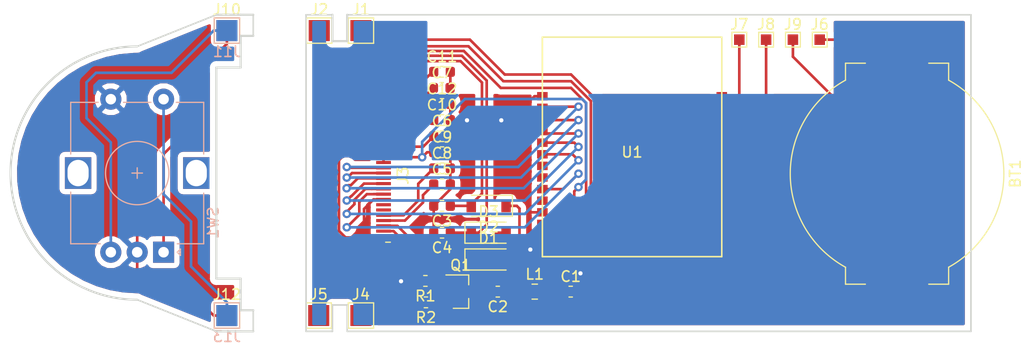
<source format=kicad_pcb>
(kicad_pcb (version 20171130) (host pcbnew "(5.0.0)")

  (general
    (thickness 1.6)
    (drawings 28)
    (tracks 308)
    (zones 0)
    (modules 35)
    (nets 27)
  )

  (page A4)
  (layers
    (0 F.Cu signal)
    (31 B.Cu signal)
    (32 B.Adhes user)
    (33 F.Adhes user)
    (34 B.Paste user)
    (35 F.Paste user)
    (36 B.SilkS user)
    (37 F.SilkS user)
    (38 B.Mask user)
    (39 F.Mask user)
    (40 Dwgs.User user)
    (41 Cmts.User user)
    (42 Eco1.User user)
    (43 Eco2.User user)
    (44 Edge.Cuts user)
    (45 Margin user)
    (46 B.CrtYd user)
    (47 F.CrtYd user)
    (48 B.Fab user)
    (49 F.Fab user)
  )

  (setup
    (last_trace_width 0.25)
    (trace_clearance 0.2)
    (zone_clearance 0.508)
    (zone_45_only no)
    (trace_min 0.2)
    (segment_width 0.2)
    (edge_width 0.15)
    (via_size 0.8)
    (via_drill 0.4)
    (via_min_size 0.4)
    (via_min_drill 0.3)
    (uvia_size 0.3)
    (uvia_drill 0.1)
    (uvias_allowed no)
    (uvia_min_size 0.2)
    (uvia_min_drill 0.1)
    (pcb_text_width 0.3)
    (pcb_text_size 1.5 1.5)
    (mod_edge_width 0.15)
    (mod_text_size 1 1)
    (mod_text_width 0.15)
    (pad_size 1 0.8)
    (pad_drill 0)
    (pad_to_mask_clearance 0.2)
    (aux_axis_origin 0 0)
    (visible_elements 7FFFFFFF)
    (pcbplotparams
      (layerselection 0x010fc_ffffffff)
      (usegerberextensions false)
      (usegerberattributes false)
      (usegerberadvancedattributes false)
      (creategerberjobfile false)
      (excludeedgelayer true)
      (linewidth 0.100000)
      (plotframeref false)
      (viasonmask false)
      (mode 1)
      (useauxorigin false)
      (hpglpennumber 1)
      (hpglpenspeed 20)
      (hpglpendiameter 15.000000)
      (psnegative false)
      (psa4output false)
      (plotreference true)
      (plotvalue true)
      (plotinvisibletext false)
      (padsonsilk false)
      (subtractmaskfromsilk false)
      (outputformat 1)
      (mirror false)
      (drillshape 0)
      (scaleselection 1)
      (outputdirectory "C:/Users/joseb/Downloads/"))
  )

  (net 0 "")
  (net 1 +3V3)
  (net 2 "Net-(C2-Pad1)")
  (net 3 "Net-(C2-Pad2)")
  (net 4 PREVGL)
  (net 5 PREVGH)
  (net 6 "Net-(C5-Pad1)")
  (net 7 "Net-(C6-Pad1)")
  (net 8 "Net-(C7-Pad1)")
  (net 9 "Net-(C8-Pad1)")
  (net 10 "Net-(C10-Pad1)")
  (net 11 "Net-(C11-Pad1)")
  (net 12 "Net-(C12-Pad1)")
  (net 13 GDR)
  (net 14 RESE)
  (net 15 "Net-(J7-Pad1)")
  (net 16 "Net-(J8-Pad1)")
  (net 17 A)
  (net 18 B)
  (net 19 EPD_DIN)
  (net 20 EPD_CLK)
  (net 21 EPD_CS)
  (net 22 EPD_DC)
  (net 23 EPD_RST)
  (net 24 EPD_BUSY)
  (net 25 C)
  (net 26 SW)

  (net_class Default "Esta es la clase de red por defecto."
    (clearance 0.2)
    (trace_width 0.25)
    (via_dia 0.8)
    (via_drill 0.4)
    (uvia_dia 0.3)
    (uvia_drill 0.1)
    (add_net +3V3)
    (add_net A)
    (add_net B)
    (add_net C)
    (add_net EPD_BUSY)
    (add_net EPD_CLK)
    (add_net EPD_CS)
    (add_net EPD_DC)
    (add_net EPD_DIN)
    (add_net EPD_RST)
    (add_net GDR)
    (add_net "Net-(C10-Pad1)")
    (add_net "Net-(C11-Pad1)")
    (add_net "Net-(C12-Pad1)")
    (add_net "Net-(C2-Pad1)")
    (add_net "Net-(C2-Pad2)")
    (add_net "Net-(C5-Pad1)")
    (add_net "Net-(C6-Pad1)")
    (add_net "Net-(C7-Pad1)")
    (add_net "Net-(C8-Pad1)")
    (add_net "Net-(J7-Pad1)")
    (add_net "Net-(J8-Pad1)")
    (add_net PREVGH)
    (add_net PREVGL)
    (add_net RESE)
    (add_net SW)
  )

  (module Rotary_Encoder:RotaryEncoder_Alps_EC12E-Switch_Vertical_H20mm (layer B.Cu) (tedit 5A64F492) (tstamp 5C2E5029)
    (at 107.5 106.5 90)
    (descr "Alps rotary encoder, EC12E... with switch, vertical shaft, http://www.alps.com/prod/info/E/HTML/Encoder/Incremental/EC12E/EC12E1240405.html & http://cdn-reichelt.de/documents/datenblatt/F100/402097STEC12E08.PDF")
    (tags "rotary encoder")
    (path /5C254D3E)
    (fp_text reference SW1 (at 2.8 4.7 90) (layer B.SilkS)
      (effects (font (size 1 1) (thickness 0.15)) (justify mirror))
    )
    (fp_text value Rotary_Encoder_Switch (at 7.5 -10.4 90) (layer B.Fab)
      (effects (font (size 1 1) (thickness 0.15)) (justify mirror))
    )
    (fp_line (start 7 -2.5) (end 8 -2.5) (layer B.SilkS) (width 0.12))
    (fp_line (start 7.5 -2) (end 7.5 -3) (layer B.SilkS) (width 0.12))
    (fp_text user %R (at 11.5 -6.6 90) (layer B.Fab)
      (effects (font (size 1 1) (thickness 0.15)) (justify mirror))
    )
    (fp_line (start 14.2 -6.2) (end 14.2 -8.8) (layer B.SilkS) (width 0.12))
    (fp_line (start 14.2 -1.2) (end 14.2 -3.8) (layer B.SilkS) (width 0.12))
    (fp_line (start 14.2 3.8) (end 14.2 1.2) (layer B.SilkS) (width 0.12))
    (fp_line (start 4.5 -2.5) (end 10.5 -2.5) (layer B.Fab) (width 0.12))
    (fp_line (start 7.5 0.5) (end 7.5 -5.5) (layer B.Fab) (width 0.12))
    (fp_line (start 0.3 1.6) (end 0 1.3) (layer B.SilkS) (width 0.12))
    (fp_line (start -0.3 1.6) (end 0.3 1.6) (layer B.SilkS) (width 0.12))
    (fp_line (start 0 1.3) (end -0.3 1.6) (layer B.SilkS) (width 0.12))
    (fp_line (start 0.8 3.8) (end 0.8 1.3) (layer B.SilkS) (width 0.12))
    (fp_line (start 5.6 3.8) (end 0.8 3.8) (layer B.SilkS) (width 0.12))
    (fp_line (start 0.8 -8.8) (end 0.8 -6) (layer B.SilkS) (width 0.12))
    (fp_line (start 5.7 -8.8) (end 0.8 -8.8) (layer B.SilkS) (width 0.12))
    (fp_line (start 14.2 -8.8) (end 9.3 -8.8) (layer B.SilkS) (width 0.12))
    (fp_line (start 9.3 3.8) (end 14.2 3.8) (layer B.SilkS) (width 0.12))
    (fp_line (start 0.9 2.6) (end 1.9 3.7) (layer B.Fab) (width 0.12))
    (fp_line (start 0.9 -8.7) (end 0.9 2.6) (layer B.Fab) (width 0.12))
    (fp_line (start 14.1 -8.7) (end 0.9 -8.7) (layer B.Fab) (width 0.12))
    (fp_line (start 14.1 3.7) (end 14.1 -8.7) (layer B.Fab) (width 0.12))
    (fp_line (start 1.9 3.7) (end 14.1 3.7) (layer B.Fab) (width 0.12))
    (fp_line (start -1.5 4.85) (end 16 4.85) (layer B.CrtYd) (width 0.05))
    (fp_line (start -1.5 4.85) (end -1.5 -9.85) (layer B.CrtYd) (width 0.05))
    (fp_line (start 16 -9.85) (end 16 4.85) (layer B.CrtYd) (width 0.05))
    (fp_line (start 16 -9.85) (end -1.5 -9.85) (layer B.CrtYd) (width 0.05))
    (fp_circle (center 7.5 -2.5) (end 10.5 -2.5) (layer B.SilkS) (width 0.12))
    (fp_circle (center 7.5 -2.5) (end 10.5 -2.5) (layer B.Fab) (width 0.12))
    (pad S2 thru_hole circle (at 14.5 -5 90) (size 2 2) (drill 1) (layers *.Cu *.Mask)
      (net 25 C))
    (pad S1 thru_hole circle (at 14.5 0 90) (size 2 2) (drill 1) (layers *.Cu *.Mask)
      (net 26 SW))
    (pad MP thru_hole rect (at 7.5 -8.1 90) (size 3 2.5) (drill oval 2.5 2) (layers *.Cu *.Mask))
    (pad MP thru_hole rect (at 7.5 3.1 90) (size 3 2.5) (drill oval 2.5 2) (layers *.Cu *.Mask))
    (pad B thru_hole circle (at 0 -5 90) (size 2 2) (drill 1) (layers *.Cu *.Mask)
      (net 18 B))
    (pad C thru_hole circle (at 0 -2.5 90) (size 2 2) (drill 1) (layers *.Cu *.Mask)
      (net 25 C))
    (pad A thru_hole rect (at 0 0 90) (size 2 2) (drill 1) (layers *.Cu *.Mask)
      (net 17 A))
    (model ${KISYS3DMOD}/Rotary_Encoder.3dshapes/RotaryEncoder_Alps_EC12E-Switch_Vertical_H20mm.wrl
      (at (xyz 0 0 0))
      (scale (xyz 1 1 1))
      (rotate (xyz 0 0 0))
    )
  )

  (module TestPoint:TestPoint_Pad_2.0x2.0mm (layer F.Cu) (tedit 5A0F774F) (tstamp 5C3A9AAF)
    (at 113.5 112.5)
    (descr "SMD rectangular pad as test Point, square 2.0mm side length")
    (tags "test point SMD pad rectangle square")
    (path /5C254FB0)
    (attr virtual)
    (fp_text reference J12 (at 0 -1.998) (layer F.SilkS)
      (effects (font (size 1 1) (thickness 0.15)))
    )
    (fp_text value Conn_01x01_Male (at 0 2.05) (layer F.Fab)
      (effects (font (size 1 1) (thickness 0.15)))
    )
    (fp_line (start 1.5 1.5) (end -1.5 1.5) (layer F.CrtYd) (width 0.05))
    (fp_line (start 1.5 1.5) (end 1.5 -1.5) (layer F.CrtYd) (width 0.05))
    (fp_line (start -1.5 -1.5) (end -1.5 1.5) (layer F.CrtYd) (width 0.05))
    (fp_line (start -1.5 -1.5) (end 1.5 -1.5) (layer F.CrtYd) (width 0.05))
    (fp_line (start -1.2 1.2) (end -1.2 -1.2) (layer F.SilkS) (width 0.12))
    (fp_line (start 1.2 1.2) (end -1.2 1.2) (layer F.SilkS) (width 0.12))
    (fp_line (start 1.2 -1.2) (end 1.2 1.2) (layer F.SilkS) (width 0.12))
    (fp_line (start -1.2 -1.2) (end 1.2 -1.2) (layer F.SilkS) (width 0.12))
    (fp_text user %R (at 0 -2) (layer F.Fab)
      (effects (font (size 1 1) (thickness 0.15)))
    )
    (pad 1 smd rect (at 0 0) (size 2 2) (layers F.Cu F.Mask)
      (net 25 C))
  )

  (module TestPoint:TestPoint_Pad_2.0x2.0mm (layer B.Cu) (tedit 5A0F774F) (tstamp 5C3A9ABC)
    (at 113.5 112.5)
    (descr "SMD rectangular pad as test Point, square 2.0mm side length")
    (tags "test point SMD pad rectangle square")
    (path /5C254FB7)
    (attr virtual)
    (fp_text reference J13 (at 0 1.998) (layer B.SilkS)
      (effects (font (size 1 1) (thickness 0.15)) (justify mirror))
    )
    (fp_text value Conn_01x01_Male (at 0 -2.05) (layer B.Fab)
      (effects (font (size 1 1) (thickness 0.15)) (justify mirror))
    )
    (fp_text user %R (at 0 2) (layer B.Fab)
      (effects (font (size 1 1) (thickness 0.15)) (justify mirror))
    )
    (fp_line (start -1.2 1.2) (end 1.2 1.2) (layer B.SilkS) (width 0.12))
    (fp_line (start 1.2 1.2) (end 1.2 -1.2) (layer B.SilkS) (width 0.12))
    (fp_line (start 1.2 -1.2) (end -1.2 -1.2) (layer B.SilkS) (width 0.12))
    (fp_line (start -1.2 -1.2) (end -1.2 1.2) (layer B.SilkS) (width 0.12))
    (fp_line (start -1.5 1.5) (end 1.5 1.5) (layer B.CrtYd) (width 0.05))
    (fp_line (start -1.5 1.5) (end -1.5 -1.5) (layer B.CrtYd) (width 0.05))
    (fp_line (start 1.5 -1.5) (end 1.5 1.5) (layer B.CrtYd) (width 0.05))
    (fp_line (start 1.5 -1.5) (end -1.5 -1.5) (layer B.CrtYd) (width 0.05))
    (pad 1 smd rect (at 0 0) (size 2 2) (layers B.Cu B.Mask)
      (net 26 SW))
  )

  (module TestPoint:TestPoint_Pad_2.0x2.0mm (layer B.Cu) (tedit 5A0F774F) (tstamp 5C3A9AA2)
    (at 113.5 85.5)
    (descr "SMD rectangular pad as test Point, square 2.0mm side length")
    (tags "test point SMD pad rectangle square")
    (path /5C254FA9)
    (attr virtual)
    (fp_text reference J11 (at 0 1.998) (layer B.SilkS)
      (effects (font (size 1 1) (thickness 0.15)) (justify mirror))
    )
    (fp_text value Conn_01x01_Male (at 0 -2.05) (layer B.Fab)
      (effects (font (size 1 1) (thickness 0.15)) (justify mirror))
    )
    (fp_text user %R (at 0 2) (layer B.Fab)
      (effects (font (size 1 1) (thickness 0.15)) (justify mirror))
    )
    (fp_line (start -1.2 1.2) (end 1.2 1.2) (layer B.SilkS) (width 0.12))
    (fp_line (start 1.2 1.2) (end 1.2 -1.2) (layer B.SilkS) (width 0.12))
    (fp_line (start 1.2 -1.2) (end -1.2 -1.2) (layer B.SilkS) (width 0.12))
    (fp_line (start -1.2 -1.2) (end -1.2 1.2) (layer B.SilkS) (width 0.12))
    (fp_line (start -1.5 1.5) (end 1.5 1.5) (layer B.CrtYd) (width 0.05))
    (fp_line (start -1.5 1.5) (end -1.5 -1.5) (layer B.CrtYd) (width 0.05))
    (fp_line (start 1.5 -1.5) (end 1.5 1.5) (layer B.CrtYd) (width 0.05))
    (fp_line (start 1.5 -1.5) (end -1.5 -1.5) (layer B.CrtYd) (width 0.05))
    (pad 1 smd rect (at 0 0) (size 2 2) (layers B.Cu B.Mask)
      (net 18 B))
  )

  (module TestPoint:TestPoint_Pad_2.0x2.0mm (layer F.Cu) (tedit 5A0F774F) (tstamp 5C3A9A95)
    (at 113.5 85.5)
    (descr "SMD rectangular pad as test Point, square 2.0mm side length")
    (tags "test point SMD pad rectangle square")
    (path /5C254FA2)
    (attr virtual)
    (fp_text reference J10 (at 0 -1.998) (layer F.SilkS)
      (effects (font (size 1 1) (thickness 0.15)))
    )
    (fp_text value Conn_01x01_Male (at 0 2.05) (layer F.Fab)
      (effects (font (size 1 1) (thickness 0.15)))
    )
    (fp_line (start 1.5 1.5) (end -1.5 1.5) (layer F.CrtYd) (width 0.05))
    (fp_line (start 1.5 1.5) (end 1.5 -1.5) (layer F.CrtYd) (width 0.05))
    (fp_line (start -1.5 -1.5) (end -1.5 1.5) (layer F.CrtYd) (width 0.05))
    (fp_line (start -1.5 -1.5) (end 1.5 -1.5) (layer F.CrtYd) (width 0.05))
    (fp_line (start -1.2 1.2) (end -1.2 -1.2) (layer F.SilkS) (width 0.12))
    (fp_line (start 1.2 1.2) (end -1.2 1.2) (layer F.SilkS) (width 0.12))
    (fp_line (start 1.2 -1.2) (end 1.2 1.2) (layer F.SilkS) (width 0.12))
    (fp_line (start -1.2 -1.2) (end 1.2 -1.2) (layer F.SilkS) (width 0.12))
    (fp_text user %R (at 0 -2) (layer F.Fab)
      (effects (font (size 1 1) (thickness 0.15)))
    )
    (pad 1 smd rect (at 0 0) (size 2 2) (layers F.Cu F.Mask)
      (net 17 A))
  )

  (module Battery:BatteryHolder_MPD_BC2003_1x2032 (layer F.Cu) (tedit 5AED2918) (tstamp 5C1D4300)
    (at 177 99.06 270)
    (descr http://www.memoryprotectiondevices.com/datasheets/BC-2003-datasheet.pdf)
    (tags "BC2003 CR2032 2032 Battery Holder")
    (path /5C21F127)
    (attr smd)
    (fp_text reference BT1 (at 0 -11.2 270) (layer F.SilkS)
      (effects (font (size 1 1) (thickness 0.15)))
    )
    (fp_text value Battery_Cell (at 0 11.2 270) (layer F.Fab)
      (effects (font (size 1 1) (thickness 0.15)))
    )
    (fp_line (start -10.35 4.765) (end 10.35 4.765) (layer F.Fab) (width 0.1))
    (fp_line (start -10.35 -4.765) (end 10.35 -4.765) (layer F.Fab) (width 0.1))
    (fp_line (start -10.35 4.765) (end -10.35 -4.765) (layer F.Fab) (width 0.1))
    (fp_line (start 10.35 4.765) (end 10.35 -4.765) (layer F.Fab) (width 0.1))
    (fp_line (start 10.35 2.525) (end 12 2.525) (layer F.Fab) (width 0.1))
    (fp_line (start 10.35 -2.525) (end 12 -2.525) (layer F.Fab) (width 0.1))
    (fp_line (start 12.7 -1.825) (end 12 -2.525) (layer F.Fab) (width 0.1))
    (fp_line (start 12.7 1.825) (end 12 2.525) (layer F.Fab) (width 0.1))
    (fp_line (start 12.7 -1.825) (end 12.7 1.825) (layer F.Fab) (width 0.1))
    (fp_line (start -10.35 -2.525) (end -12 -2.525) (layer F.Fab) (width 0.1))
    (fp_line (start -10.35 2.525) (end -12 2.525) (layer F.Fab) (width 0.1))
    (fp_line (start -12.7 -1.825) (end -12 -2.525) (layer F.Fab) (width 0.1))
    (fp_line (start -12.7 1.825) (end -12 2.525) (layer F.Fab) (width 0.1))
    (fp_line (start -12.7 -1.825) (end -12.7 1.825) (layer F.Fab) (width 0.1))
    (fp_text user %R (at 0 0 270) (layer F.Fab)
      (effects (font (size 1 1) (thickness 0.15)))
    )
    (fp_line (start -10.47 -4.885) (end -8.86291 -4.885) (layer F.SilkS) (width 0.12))
    (fp_line (start -10.47 -3) (end -10.47 -4.885) (layer F.SilkS) (width 0.12))
    (fp_line (start 10.47 -3) (end 10.47 -4.885) (layer F.SilkS) (width 0.12))
    (fp_line (start -10.47 3) (end -10.47 4.885) (layer F.SilkS) (width 0.12))
    (fp_line (start 10.47 3) (end 10.47 4.885) (layer F.SilkS) (width 0.12))
    (fp_line (start 10.47 -4.885) (end 8.86291 -4.885) (layer F.SilkS) (width 0.12))
    (fp_line (start -10.47 4.885) (end -8.86291 4.885) (layer F.SilkS) (width 0.12))
    (fp_line (start 10.47 4.885) (end 8.86291 4.885) (layer F.SilkS) (width 0.12))
    (fp_line (start 8.94 -5.01) (end 10.6 -5.01) (layer F.CrtYd) (width 0.05))
    (fp_line (start 10.6 -5.01) (end 10.6 -3.03) (layer F.CrtYd) (width 0.05))
    (fp_line (start 10.6 -3.03) (end 13.45 -3.03) (layer F.CrtYd) (width 0.05))
    (fp_line (start 13.45 -3.03) (end 13.45 3.03) (layer F.CrtYd) (width 0.05))
    (fp_line (start 10.6 3.03) (end 13.45 3.03) (layer F.CrtYd) (width 0.05))
    (fp_line (start 10.6 5.01) (end 10.6 3.03) (layer F.CrtYd) (width 0.05))
    (fp_arc (start 0 0) (end 8.94 -5.01) (angle -121.4) (layer F.CrtYd) (width 0.05))
    (fp_line (start 8.94 5.01) (end 10.6 5.01) (layer F.CrtYd) (width 0.05))
    (fp_line (start -8.94 -5.01) (end -10.6 -5.01) (layer F.CrtYd) (width 0.05))
    (fp_line (start -10.6 -5.01) (end -10.6 -3.03) (layer F.CrtYd) (width 0.05))
    (fp_line (start -10.6 -3.03) (end -13.45 -3.03) (layer F.CrtYd) (width 0.05))
    (fp_line (start -13.45 -3.03) (end -13.45 3.03) (layer F.CrtYd) (width 0.05))
    (fp_line (start -13.45 3.03) (end -10.6 3.03) (layer F.CrtYd) (width 0.05))
    (fp_line (start -10.6 5.01) (end -10.6 3.03) (layer F.CrtYd) (width 0.05))
    (fp_line (start -10.6 5.01) (end -8.94 5.01) (layer F.CrtYd) (width 0.05))
    (fp_arc (start 0 0) (end -8.94 5.01) (angle -121.3) (layer F.CrtYd) (width 0.05))
    (fp_arc (start 0 0) (end 8.86291 -4.885) (angle -122.2752329) (layer F.SilkS) (width 0.12))
    (fp_arc (start 0 0) (end -8.86291 4.885) (angle -122.3) (layer F.SilkS) (width 0.12))
    (pad 2 smd rect (at 0 0 270) (size 8 5.56) (layers F.Cu F.Paste F.Mask)
      (net 25 C))
    (pad 1 smd rect (at 11.905 0 270) (size 2.6 5.56) (layers F.Cu F.Paste F.Mask)
      (net 1 +3V3))
    (pad 1 smd rect (at -11.905 0 270) (size 2.6 5.56) (layers F.Cu F.Paste F.Mask)
      (net 1 +3V3))
    (model ${KISYS3DMOD}/Battery.3dshapes/BatteryHolder_MPD_BC2003_1x2032.wrl
      (at (xyz 0 0 0))
      (scale (xyz 1 1 1))
      (rotate (xyz 0 0 0))
    )
  )

  (module Capacitor_SMD:C_0603_1608Metric (layer F.Cu) (tedit 5B301BBE) (tstamp 5C1D4A14)
    (at 146.0755 110.236)
    (descr "Capacitor SMD 0603 (1608 Metric), square (rectangular) end terminal, IPC_7351 nominal, (Body size source: http://www.tortai-tech.com/upload/download/2011102023233369053.pdf), generated with kicad-footprint-generator")
    (tags capacitor)
    (path /5C1A6F02)
    (attr smd)
    (fp_text reference C1 (at 0 -1.43) (layer F.SilkS)
      (effects (font (size 1 1) (thickness 0.15)))
    )
    (fp_text value 4.7uF (at 0 1.43) (layer F.Fab)
      (effects (font (size 1 1) (thickness 0.15)))
    )
    (fp_text user %R (at 0 0) (layer F.Fab)
      (effects (font (size 0.4 0.4) (thickness 0.06)))
    )
    (fp_line (start 1.48 0.73) (end -1.48 0.73) (layer F.CrtYd) (width 0.05))
    (fp_line (start 1.48 -0.73) (end 1.48 0.73) (layer F.CrtYd) (width 0.05))
    (fp_line (start -1.48 -0.73) (end 1.48 -0.73) (layer F.CrtYd) (width 0.05))
    (fp_line (start -1.48 0.73) (end -1.48 -0.73) (layer F.CrtYd) (width 0.05))
    (fp_line (start -0.162779 0.51) (end 0.162779 0.51) (layer F.SilkS) (width 0.12))
    (fp_line (start -0.162779 -0.51) (end 0.162779 -0.51) (layer F.SilkS) (width 0.12))
    (fp_line (start 0.8 0.4) (end -0.8 0.4) (layer F.Fab) (width 0.1))
    (fp_line (start 0.8 -0.4) (end 0.8 0.4) (layer F.Fab) (width 0.1))
    (fp_line (start -0.8 -0.4) (end 0.8 -0.4) (layer F.Fab) (width 0.1))
    (fp_line (start -0.8 0.4) (end -0.8 -0.4) (layer F.Fab) (width 0.1))
    (pad 2 smd roundrect (at 0.7875 0) (size 0.875 0.95) (layers F.Cu F.Paste F.Mask) (roundrect_rratio 0.25)
      (net 25 C))
    (pad 1 smd roundrect (at -0.7875 0) (size 0.875 0.95) (layers F.Cu F.Paste F.Mask) (roundrect_rratio 0.25)
      (net 1 +3V3))
    (model ${KISYS3DMOD}/Capacitor_SMD.3dshapes/C_0603_1608Metric.wrl
      (at (xyz 0 0 0))
      (scale (xyz 1 1 1))
      (rotate (xyz 0 0 0))
    )
  )

  (module Capacitor_SMD:C_0603_1608Metric (layer F.Cu) (tedit 5B301BBE) (tstamp 5C1D4BF6)
    (at 139.1665 110.236 180)
    (descr "Capacitor SMD 0603 (1608 Metric), square (rectangular) end terminal, IPC_7351 nominal, (Body size source: http://www.tortai-tech.com/upload/download/2011102023233369053.pdf), generated with kicad-footprint-generator")
    (tags capacitor)
    (path /5C1B8729)
    (attr smd)
    (fp_text reference C2 (at 0 -1.43 180) (layer F.SilkS)
      (effects (font (size 1 1) (thickness 0.15)))
    )
    (fp_text value 104 (at 0 1.43 180) (layer F.Fab)
      (effects (font (size 1 1) (thickness 0.15)))
    )
    (fp_line (start -0.8 0.4) (end -0.8 -0.4) (layer F.Fab) (width 0.1))
    (fp_line (start -0.8 -0.4) (end 0.8 -0.4) (layer F.Fab) (width 0.1))
    (fp_line (start 0.8 -0.4) (end 0.8 0.4) (layer F.Fab) (width 0.1))
    (fp_line (start 0.8 0.4) (end -0.8 0.4) (layer F.Fab) (width 0.1))
    (fp_line (start -0.162779 -0.51) (end 0.162779 -0.51) (layer F.SilkS) (width 0.12))
    (fp_line (start -0.162779 0.51) (end 0.162779 0.51) (layer F.SilkS) (width 0.12))
    (fp_line (start -1.48 0.73) (end -1.48 -0.73) (layer F.CrtYd) (width 0.05))
    (fp_line (start -1.48 -0.73) (end 1.48 -0.73) (layer F.CrtYd) (width 0.05))
    (fp_line (start 1.48 -0.73) (end 1.48 0.73) (layer F.CrtYd) (width 0.05))
    (fp_line (start 1.48 0.73) (end -1.48 0.73) (layer F.CrtYd) (width 0.05))
    (fp_text user %R (at 0 0 180) (layer F.Fab)
      (effects (font (size 0.4 0.4) (thickness 0.06)))
    )
    (pad 1 smd roundrect (at -0.7875 0 180) (size 0.875 0.95) (layers F.Cu F.Paste F.Mask) (roundrect_rratio 0.25)
      (net 2 "Net-(C2-Pad1)"))
    (pad 2 smd roundrect (at 0.7875 0 180) (size 0.875 0.95) (layers F.Cu F.Paste F.Mask) (roundrect_rratio 0.25)
      (net 3 "Net-(C2-Pad2)"))
    (model ${KISYS3DMOD}/Capacitor_SMD.3dshapes/C_0603_1608Metric.wrl
      (at (xyz 0 0 0))
      (scale (xyz 1 1 1))
      (rotate (xyz 0 0 0))
    )
  )

  (module Capacitor_SMD:C_0603_1608Metric (layer F.Cu) (tedit 5B301BBE) (tstamp 5C1D4A36)
    (at 133.8835 102.108 180)
    (descr "Capacitor SMD 0603 (1608 Metric), square (rectangular) end terminal, IPC_7351 nominal, (Body size source: http://www.tortai-tech.com/upload/download/2011102023233369053.pdf), generated with kicad-footprint-generator")
    (tags capacitor)
    (path /5C1DB7B9)
    (attr smd)
    (fp_text reference C3 (at 0 -1.43 180) (layer F.SilkS)
      (effects (font (size 1 1) (thickness 0.15)))
    )
    (fp_text value 105 (at 0 1.43 180) (layer F.Fab)
      (effects (font (size 1 1) (thickness 0.15)))
    )
    (fp_line (start -0.8 0.4) (end -0.8 -0.4) (layer F.Fab) (width 0.1))
    (fp_line (start -0.8 -0.4) (end 0.8 -0.4) (layer F.Fab) (width 0.1))
    (fp_line (start 0.8 -0.4) (end 0.8 0.4) (layer F.Fab) (width 0.1))
    (fp_line (start 0.8 0.4) (end -0.8 0.4) (layer F.Fab) (width 0.1))
    (fp_line (start -0.162779 -0.51) (end 0.162779 -0.51) (layer F.SilkS) (width 0.12))
    (fp_line (start -0.162779 0.51) (end 0.162779 0.51) (layer F.SilkS) (width 0.12))
    (fp_line (start -1.48 0.73) (end -1.48 -0.73) (layer F.CrtYd) (width 0.05))
    (fp_line (start -1.48 -0.73) (end 1.48 -0.73) (layer F.CrtYd) (width 0.05))
    (fp_line (start 1.48 -0.73) (end 1.48 0.73) (layer F.CrtYd) (width 0.05))
    (fp_line (start 1.48 0.73) (end -1.48 0.73) (layer F.CrtYd) (width 0.05))
    (fp_text user %R (at 0 0 180) (layer F.Fab)
      (effects (font (size 0.4 0.4) (thickness 0.06)))
    )
    (pad 1 smd roundrect (at -0.7875 0 180) (size 0.875 0.95) (layers F.Cu F.Paste F.Mask) (roundrect_rratio 0.25)
      (net 4 PREVGL))
    (pad 2 smd roundrect (at 0.7875 0 180) (size 0.875 0.95) (layers F.Cu F.Paste F.Mask) (roundrect_rratio 0.25)
      (net 25 C))
    (model ${KISYS3DMOD}/Capacitor_SMD.3dshapes/C_0603_1608Metric.wrl
      (at (xyz 0 0 0))
      (scale (xyz 1 1 1))
      (rotate (xyz 0 0 0))
    )
  )

  (module Capacitor_SMD:C_0603_1608Metric (layer F.Cu) (tedit 5B301BBE) (tstamp 5C1D4A47)
    (at 133.8835 104.648 180)
    (descr "Capacitor SMD 0603 (1608 Metric), square (rectangular) end terminal, IPC_7351 nominal, (Body size source: http://www.tortai-tech.com/upload/download/2011102023233369053.pdf), generated with kicad-footprint-generator")
    (tags capacitor)
    (path /5C1DB857)
    (attr smd)
    (fp_text reference C4 (at 0 -1.43 180) (layer F.SilkS)
      (effects (font (size 1 1) (thickness 0.15)))
    )
    (fp_text value 105 (at 0 1.43 180) (layer F.Fab)
      (effects (font (size 1 1) (thickness 0.15)))
    )
    (fp_line (start -0.8 0.4) (end -0.8 -0.4) (layer F.Fab) (width 0.1))
    (fp_line (start -0.8 -0.4) (end 0.8 -0.4) (layer F.Fab) (width 0.1))
    (fp_line (start 0.8 -0.4) (end 0.8 0.4) (layer F.Fab) (width 0.1))
    (fp_line (start 0.8 0.4) (end -0.8 0.4) (layer F.Fab) (width 0.1))
    (fp_line (start -0.162779 -0.51) (end 0.162779 -0.51) (layer F.SilkS) (width 0.12))
    (fp_line (start -0.162779 0.51) (end 0.162779 0.51) (layer F.SilkS) (width 0.12))
    (fp_line (start -1.48 0.73) (end -1.48 -0.73) (layer F.CrtYd) (width 0.05))
    (fp_line (start -1.48 -0.73) (end 1.48 -0.73) (layer F.CrtYd) (width 0.05))
    (fp_line (start 1.48 -0.73) (end 1.48 0.73) (layer F.CrtYd) (width 0.05))
    (fp_line (start 1.48 0.73) (end -1.48 0.73) (layer F.CrtYd) (width 0.05))
    (fp_text user %R (at 0 0 180) (layer F.Fab)
      (effects (font (size 0.4 0.4) (thickness 0.06)))
    )
    (pad 1 smd roundrect (at -0.7875 0 180) (size 0.875 0.95) (layers F.Cu F.Paste F.Mask) (roundrect_rratio 0.25)
      (net 5 PREVGH))
    (pad 2 smd roundrect (at 0.7875 0 180) (size 0.875 0.95) (layers F.Cu F.Paste F.Mask) (roundrect_rratio 0.25)
      (net 25 C))
    (model ${KISYS3DMOD}/Capacitor_SMD.3dshapes/C_0603_1608Metric.wrl
      (at (xyz 0 0 0))
      (scale (xyz 1 1 1))
      (rotate (xyz 0 0 0))
    )
  )

  (module Capacitor_SMD:C_0603_1608Metric (layer F.Cu) (tedit 5B301BBE) (tstamp 5C1D4A58)
    (at 133.8835 100.076)
    (descr "Capacitor SMD 0603 (1608 Metric), square (rectangular) end terminal, IPC_7351 nominal, (Body size source: http://www.tortai-tech.com/upload/download/2011102023233369053.pdf), generated with kicad-footprint-generator")
    (tags capacitor)
    (path /5C0F7BC5)
    (attr smd)
    (fp_text reference C5 (at 0 -1.43) (layer F.SilkS)
      (effects (font (size 1 1) (thickness 0.15)))
    )
    (fp_text value 105 (at 0 1.43) (layer F.Fab)
      (effects (font (size 1 1) (thickness 0.15)))
    )
    (fp_text user %R (at 0 0) (layer F.Fab)
      (effects (font (size 0.4 0.4) (thickness 0.06)))
    )
    (fp_line (start 1.48 0.73) (end -1.48 0.73) (layer F.CrtYd) (width 0.05))
    (fp_line (start 1.48 -0.73) (end 1.48 0.73) (layer F.CrtYd) (width 0.05))
    (fp_line (start -1.48 -0.73) (end 1.48 -0.73) (layer F.CrtYd) (width 0.05))
    (fp_line (start -1.48 0.73) (end -1.48 -0.73) (layer F.CrtYd) (width 0.05))
    (fp_line (start -0.162779 0.51) (end 0.162779 0.51) (layer F.SilkS) (width 0.12))
    (fp_line (start -0.162779 -0.51) (end 0.162779 -0.51) (layer F.SilkS) (width 0.12))
    (fp_line (start 0.8 0.4) (end -0.8 0.4) (layer F.Fab) (width 0.1))
    (fp_line (start 0.8 -0.4) (end 0.8 0.4) (layer F.Fab) (width 0.1))
    (fp_line (start -0.8 -0.4) (end 0.8 -0.4) (layer F.Fab) (width 0.1))
    (fp_line (start -0.8 0.4) (end -0.8 -0.4) (layer F.Fab) (width 0.1))
    (pad 2 smd roundrect (at 0.7875 0) (size 0.875 0.95) (layers F.Cu F.Paste F.Mask) (roundrect_rratio 0.25)
      (net 25 C))
    (pad 1 smd roundrect (at -0.7875 0) (size 0.875 0.95) (layers F.Cu F.Paste F.Mask) (roundrect_rratio 0.25)
      (net 6 "Net-(C5-Pad1)"))
    (model ${KISYS3DMOD}/Capacitor_SMD.3dshapes/C_0603_1608Metric.wrl
      (at (xyz 0 0 0))
      (scale (xyz 1 1 1))
      (rotate (xyz 0 0 0))
    )
  )

  (module Capacitor_SMD:C_0603_1608Metric (layer F.Cu) (tedit 5B301BBE) (tstamp 5C1D4A69)
    (at 133.8835 95.504)
    (descr "Capacitor SMD 0603 (1608 Metric), square (rectangular) end terminal, IPC_7351 nominal, (Body size source: http://www.tortai-tech.com/upload/download/2011102023233369053.pdf), generated with kicad-footprint-generator")
    (tags capacitor)
    (path /5C12AB65)
    (attr smd)
    (fp_text reference C6 (at 0 -1.43) (layer F.SilkS)
      (effects (font (size 1 1) (thickness 0.15)))
    )
    (fp_text value 105 (at 0 1.43) (layer F.Fab)
      (effects (font (size 1 1) (thickness 0.15)))
    )
    (fp_line (start -0.8 0.4) (end -0.8 -0.4) (layer F.Fab) (width 0.1))
    (fp_line (start -0.8 -0.4) (end 0.8 -0.4) (layer F.Fab) (width 0.1))
    (fp_line (start 0.8 -0.4) (end 0.8 0.4) (layer F.Fab) (width 0.1))
    (fp_line (start 0.8 0.4) (end -0.8 0.4) (layer F.Fab) (width 0.1))
    (fp_line (start -0.162779 -0.51) (end 0.162779 -0.51) (layer F.SilkS) (width 0.12))
    (fp_line (start -0.162779 0.51) (end 0.162779 0.51) (layer F.SilkS) (width 0.12))
    (fp_line (start -1.48 0.73) (end -1.48 -0.73) (layer F.CrtYd) (width 0.05))
    (fp_line (start -1.48 -0.73) (end 1.48 -0.73) (layer F.CrtYd) (width 0.05))
    (fp_line (start 1.48 -0.73) (end 1.48 0.73) (layer F.CrtYd) (width 0.05))
    (fp_line (start 1.48 0.73) (end -1.48 0.73) (layer F.CrtYd) (width 0.05))
    (fp_text user %R (at 0 0) (layer F.Fab)
      (effects (font (size 0.4 0.4) (thickness 0.06)))
    )
    (pad 1 smd roundrect (at -0.7875 0) (size 0.875 0.95) (layers F.Cu F.Paste F.Mask) (roundrect_rratio 0.25)
      (net 7 "Net-(C6-Pad1)"))
    (pad 2 smd roundrect (at 0.7875 0) (size 0.875 0.95) (layers F.Cu F.Paste F.Mask) (roundrect_rratio 0.25)
      (net 25 C))
    (model ${KISYS3DMOD}/Capacitor_SMD.3dshapes/C_0603_1608Metric.wrl
      (at (xyz 0 0 0))
      (scale (xyz 1 1 1))
      (rotate (xyz 0 0 0))
    )
  )

  (module Capacitor_SMD:C_0603_1608Metric (layer F.Cu) (tedit 5B301BBE) (tstamp 5C2CC31A)
    (at 133.858 90.932)
    (descr "Capacitor SMD 0603 (1608 Metric), square (rectangular) end terminal, IPC_7351 nominal, (Body size source: http://www.tortai-tech.com/upload/download/2011102023233369053.pdf), generated with kicad-footprint-generator")
    (tags capacitor)
    (path /5C14DD58)
    (attr smd)
    (fp_text reference C7 (at 0 -1.43) (layer F.SilkS)
      (effects (font (size 1 1) (thickness 0.15)))
    )
    (fp_text value 105 (at 0 1.43) (layer F.Fab)
      (effects (font (size 1 1) (thickness 0.15)))
    )
    (fp_text user %R (at 0 0) (layer F.Fab)
      (effects (font (size 0.4 0.4) (thickness 0.06)))
    )
    (fp_line (start 1.48 0.73) (end -1.48 0.73) (layer F.CrtYd) (width 0.05))
    (fp_line (start 1.48 -0.73) (end 1.48 0.73) (layer F.CrtYd) (width 0.05))
    (fp_line (start -1.48 -0.73) (end 1.48 -0.73) (layer F.CrtYd) (width 0.05))
    (fp_line (start -1.48 0.73) (end -1.48 -0.73) (layer F.CrtYd) (width 0.05))
    (fp_line (start -0.162779 0.51) (end 0.162779 0.51) (layer F.SilkS) (width 0.12))
    (fp_line (start -0.162779 -0.51) (end 0.162779 -0.51) (layer F.SilkS) (width 0.12))
    (fp_line (start 0.8 0.4) (end -0.8 0.4) (layer F.Fab) (width 0.1))
    (fp_line (start 0.8 -0.4) (end 0.8 0.4) (layer F.Fab) (width 0.1))
    (fp_line (start -0.8 -0.4) (end 0.8 -0.4) (layer F.Fab) (width 0.1))
    (fp_line (start -0.8 0.4) (end -0.8 -0.4) (layer F.Fab) (width 0.1))
    (pad 2 smd roundrect (at 0.7875 0) (size 0.875 0.95) (layers F.Cu F.Paste F.Mask) (roundrect_rratio 0.25)
      (net 25 C))
    (pad 1 smd roundrect (at -0.7875 0) (size 0.875 0.95) (layers F.Cu F.Paste F.Mask) (roundrect_rratio 0.25)
      (net 8 "Net-(C7-Pad1)"))
    (model ${KISYS3DMOD}/Capacitor_SMD.3dshapes/C_0603_1608Metric.wrl
      (at (xyz 0 0 0))
      (scale (xyz 1 1 1))
      (rotate (xyz 0 0 0))
    )
  )

  (module Capacitor_SMD:C_0603_1608Metric (layer F.Cu) (tedit 5B301BBE) (tstamp 5C1D4A8B)
    (at 133.8835 98.552)
    (descr "Capacitor SMD 0603 (1608 Metric), square (rectangular) end terminal, IPC_7351 nominal, (Body size source: http://www.tortai-tech.com/upload/download/2011102023233369053.pdf), generated with kicad-footprint-generator")
    (tags capacitor)
    (path /5C0F7A80)
    (attr smd)
    (fp_text reference C8 (at 0 -1.43) (layer F.SilkS)
      (effects (font (size 1 1) (thickness 0.15)))
    )
    (fp_text value 105 (at 0 1.43) (layer F.Fab)
      (effects (font (size 1 1) (thickness 0.15)))
    )
    (fp_text user %R (at 0 0) (layer F.Fab)
      (effects (font (size 0.4 0.4) (thickness 0.06)))
    )
    (fp_line (start 1.48 0.73) (end -1.48 0.73) (layer F.CrtYd) (width 0.05))
    (fp_line (start 1.48 -0.73) (end 1.48 0.73) (layer F.CrtYd) (width 0.05))
    (fp_line (start -1.48 -0.73) (end 1.48 -0.73) (layer F.CrtYd) (width 0.05))
    (fp_line (start -1.48 0.73) (end -1.48 -0.73) (layer F.CrtYd) (width 0.05))
    (fp_line (start -0.162779 0.51) (end 0.162779 0.51) (layer F.SilkS) (width 0.12))
    (fp_line (start -0.162779 -0.51) (end 0.162779 -0.51) (layer F.SilkS) (width 0.12))
    (fp_line (start 0.8 0.4) (end -0.8 0.4) (layer F.Fab) (width 0.1))
    (fp_line (start 0.8 -0.4) (end 0.8 0.4) (layer F.Fab) (width 0.1))
    (fp_line (start -0.8 -0.4) (end 0.8 -0.4) (layer F.Fab) (width 0.1))
    (fp_line (start -0.8 0.4) (end -0.8 -0.4) (layer F.Fab) (width 0.1))
    (pad 2 smd roundrect (at 0.7875 0) (size 0.875 0.95) (layers F.Cu F.Paste F.Mask) (roundrect_rratio 0.25)
      (net 25 C))
    (pad 1 smd roundrect (at -0.7875 0) (size 0.875 0.95) (layers F.Cu F.Paste F.Mask) (roundrect_rratio 0.25)
      (net 9 "Net-(C8-Pad1)"))
    (model ${KISYS3DMOD}/Capacitor_SMD.3dshapes/C_0603_1608Metric.wrl
      (at (xyz 0 0 0))
      (scale (xyz 1 1 1))
      (rotate (xyz 0 0 0))
    )
  )

  (module Capacitor_SMD:C_0603_1608Metric (layer F.Cu) (tedit 5B301BBE) (tstamp 5C1D4A9C)
    (at 133.8835 97.028)
    (descr "Capacitor SMD 0603 (1608 Metric), square (rectangular) end terminal, IPC_7351 nominal, (Body size source: http://www.tortai-tech.com/upload/download/2011102023233369053.pdf), generated with kicad-footprint-generator")
    (tags capacitor)
    (path /5C119A89)
    (attr smd)
    (fp_text reference C9 (at 0 -1.43) (layer F.SilkS)
      (effects (font (size 1 1) (thickness 0.15)))
    )
    (fp_text value 104 (at 0 1.43) (layer F.Fab)
      (effects (font (size 1 1) (thickness 0.15)))
    )
    (fp_text user %R (at 0 0) (layer F.Fab)
      (effects (font (size 0.4 0.4) (thickness 0.06)))
    )
    (fp_line (start 1.48 0.73) (end -1.48 0.73) (layer F.CrtYd) (width 0.05))
    (fp_line (start 1.48 -0.73) (end 1.48 0.73) (layer F.CrtYd) (width 0.05))
    (fp_line (start -1.48 -0.73) (end 1.48 -0.73) (layer F.CrtYd) (width 0.05))
    (fp_line (start -1.48 0.73) (end -1.48 -0.73) (layer F.CrtYd) (width 0.05))
    (fp_line (start -0.162779 0.51) (end 0.162779 0.51) (layer F.SilkS) (width 0.12))
    (fp_line (start -0.162779 -0.51) (end 0.162779 -0.51) (layer F.SilkS) (width 0.12))
    (fp_line (start 0.8 0.4) (end -0.8 0.4) (layer F.Fab) (width 0.1))
    (fp_line (start 0.8 -0.4) (end 0.8 0.4) (layer F.Fab) (width 0.1))
    (fp_line (start -0.8 -0.4) (end 0.8 -0.4) (layer F.Fab) (width 0.1))
    (fp_line (start -0.8 0.4) (end -0.8 -0.4) (layer F.Fab) (width 0.1))
    (pad 2 smd roundrect (at 0.7875 0) (size 0.875 0.95) (layers F.Cu F.Paste F.Mask) (roundrect_rratio 0.25)
      (net 25 C))
    (pad 1 smd roundrect (at -0.7875 0) (size 0.875 0.95) (layers F.Cu F.Paste F.Mask) (roundrect_rratio 0.25)
      (net 1 +3V3))
    (model ${KISYS3DMOD}/Capacitor_SMD.3dshapes/C_0603_1608Metric.wrl
      (at (xyz 0 0 0))
      (scale (xyz 1 1 1))
      (rotate (xyz 0 0 0))
    )
  )

  (module Capacitor_SMD:C_0603_1608Metric (layer F.Cu) (tedit 5B301BBE) (tstamp 5C1D4AAD)
    (at 133.8835 93.98)
    (descr "Capacitor SMD 0603 (1608 Metric), square (rectangular) end terminal, IPC_7351 nominal, (Body size source: http://www.tortai-tech.com/upload/download/2011102023233369053.pdf), generated with kicad-footprint-generator")
    (tags capacitor)
    (path /5C12AD98)
    (attr smd)
    (fp_text reference C10 (at 0 -1.43) (layer F.SilkS)
      (effects (font (size 1 1) (thickness 0.15)))
    )
    (fp_text value 105 (at 0 1.43) (layer F.Fab)
      (effects (font (size 1 1) (thickness 0.15)))
    )
    (fp_text user %R (at 0 0) (layer F.Fab)
      (effects (font (size 0.4 0.4) (thickness 0.06)))
    )
    (fp_line (start 1.48 0.73) (end -1.48 0.73) (layer F.CrtYd) (width 0.05))
    (fp_line (start 1.48 -0.73) (end 1.48 0.73) (layer F.CrtYd) (width 0.05))
    (fp_line (start -1.48 -0.73) (end 1.48 -0.73) (layer F.CrtYd) (width 0.05))
    (fp_line (start -1.48 0.73) (end -1.48 -0.73) (layer F.CrtYd) (width 0.05))
    (fp_line (start -0.162779 0.51) (end 0.162779 0.51) (layer F.SilkS) (width 0.12))
    (fp_line (start -0.162779 -0.51) (end 0.162779 -0.51) (layer F.SilkS) (width 0.12))
    (fp_line (start 0.8 0.4) (end -0.8 0.4) (layer F.Fab) (width 0.1))
    (fp_line (start 0.8 -0.4) (end 0.8 0.4) (layer F.Fab) (width 0.1))
    (fp_line (start -0.8 -0.4) (end 0.8 -0.4) (layer F.Fab) (width 0.1))
    (fp_line (start -0.8 0.4) (end -0.8 -0.4) (layer F.Fab) (width 0.1))
    (pad 2 smd roundrect (at 0.7875 0) (size 0.875 0.95) (layers F.Cu F.Paste F.Mask) (roundrect_rratio 0.25)
      (net 25 C))
    (pad 1 smd roundrect (at -0.7875 0) (size 0.875 0.95) (layers F.Cu F.Paste F.Mask) (roundrect_rratio 0.25)
      (net 10 "Net-(C10-Pad1)"))
    (model ${KISYS3DMOD}/Capacitor_SMD.3dshapes/C_0603_1608Metric.wrl
      (at (xyz 0 0 0))
      (scale (xyz 1 1 1))
      (rotate (xyz 0 0 0))
    )
  )

  (module Capacitor_SMD:C_0603_1608Metric (layer F.Cu) (tedit 5B301BBE) (tstamp 5C1D4ABE)
    (at 133.8835 89.408)
    (descr "Capacitor SMD 0603 (1608 Metric), square (rectangular) end terminal, IPC_7351 nominal, (Body size source: http://www.tortai-tech.com/upload/download/2011102023233369053.pdf), generated with kicad-footprint-generator")
    (tags capacitor)
    (path /5C14DF10)
    (attr smd)
    (fp_text reference C11 (at 0 -1.43) (layer F.SilkS)
      (effects (font (size 1 1) (thickness 0.15)))
    )
    (fp_text value 105 (at 0 1.43) (layer F.Fab)
      (effects (font (size 1 1) (thickness 0.15)))
    )
    (fp_line (start -0.8 0.4) (end -0.8 -0.4) (layer F.Fab) (width 0.1))
    (fp_line (start -0.8 -0.4) (end 0.8 -0.4) (layer F.Fab) (width 0.1))
    (fp_line (start 0.8 -0.4) (end 0.8 0.4) (layer F.Fab) (width 0.1))
    (fp_line (start 0.8 0.4) (end -0.8 0.4) (layer F.Fab) (width 0.1))
    (fp_line (start -0.162779 -0.51) (end 0.162779 -0.51) (layer F.SilkS) (width 0.12))
    (fp_line (start -0.162779 0.51) (end 0.162779 0.51) (layer F.SilkS) (width 0.12))
    (fp_line (start -1.48 0.73) (end -1.48 -0.73) (layer F.CrtYd) (width 0.05))
    (fp_line (start -1.48 -0.73) (end 1.48 -0.73) (layer F.CrtYd) (width 0.05))
    (fp_line (start 1.48 -0.73) (end 1.48 0.73) (layer F.CrtYd) (width 0.05))
    (fp_line (start 1.48 0.73) (end -1.48 0.73) (layer F.CrtYd) (width 0.05))
    (fp_text user %R (at 0 0) (layer F.Fab)
      (effects (font (size 0.4 0.4) (thickness 0.06)))
    )
    (pad 1 smd roundrect (at -0.7875 0) (size 0.875 0.95) (layers F.Cu F.Paste F.Mask) (roundrect_rratio 0.25)
      (net 11 "Net-(C11-Pad1)"))
    (pad 2 smd roundrect (at 0.7875 0) (size 0.875 0.95) (layers F.Cu F.Paste F.Mask) (roundrect_rratio 0.25)
      (net 25 C))
    (model ${KISYS3DMOD}/Capacitor_SMD.3dshapes/C_0603_1608Metric.wrl
      (at (xyz 0 0 0))
      (scale (xyz 1 1 1))
      (rotate (xyz 0 0 0))
    )
  )

  (module Capacitor_SMD:C_0603_1608Metric (layer F.Cu) (tedit 5B301BBE) (tstamp 5C1D4ACF)
    (at 133.8835 92.456)
    (descr "Capacitor SMD 0603 (1608 Metric), square (rectangular) end terminal, IPC_7351 nominal, (Body size source: http://www.tortai-tech.com/upload/download/2011102023233369053.pdf), generated with kicad-footprint-generator")
    (tags capacitor)
    (path /5C13BD05)
    (attr smd)
    (fp_text reference C12 (at 0 -1.43) (layer F.SilkS)
      (effects (font (size 1 1) (thickness 0.15)))
    )
    (fp_text value 105 (at 0 1.43) (layer F.Fab)
      (effects (font (size 1 1) (thickness 0.15)))
    )
    (fp_line (start -0.8 0.4) (end -0.8 -0.4) (layer F.Fab) (width 0.1))
    (fp_line (start -0.8 -0.4) (end 0.8 -0.4) (layer F.Fab) (width 0.1))
    (fp_line (start 0.8 -0.4) (end 0.8 0.4) (layer F.Fab) (width 0.1))
    (fp_line (start 0.8 0.4) (end -0.8 0.4) (layer F.Fab) (width 0.1))
    (fp_line (start -0.162779 -0.51) (end 0.162779 -0.51) (layer F.SilkS) (width 0.12))
    (fp_line (start -0.162779 0.51) (end 0.162779 0.51) (layer F.SilkS) (width 0.12))
    (fp_line (start -1.48 0.73) (end -1.48 -0.73) (layer F.CrtYd) (width 0.05))
    (fp_line (start -1.48 -0.73) (end 1.48 -0.73) (layer F.CrtYd) (width 0.05))
    (fp_line (start 1.48 -0.73) (end 1.48 0.73) (layer F.CrtYd) (width 0.05))
    (fp_line (start 1.48 0.73) (end -1.48 0.73) (layer F.CrtYd) (width 0.05))
    (fp_text user %R (at 0 0) (layer F.Fab)
      (effects (font (size 0.4 0.4) (thickness 0.06)))
    )
    (pad 1 smd roundrect (at -0.7875 0) (size 0.875 0.95) (layers F.Cu F.Paste F.Mask) (roundrect_rratio 0.25)
      (net 12 "Net-(C12-Pad1)"))
    (pad 2 smd roundrect (at 0.7875 0) (size 0.875 0.95) (layers F.Cu F.Paste F.Mask) (roundrect_rratio 0.25)
      (net 25 C))
    (model ${KISYS3DMOD}/Capacitor_SMD.3dshapes/C_0603_1608Metric.wrl
      (at (xyz 0 0 0))
      (scale (xyz 1 1 1))
      (rotate (xyz 0 0 0))
    )
  )

  (module Diode_SMD:D_SOD-123 (layer F.Cu) (tedit 58645DC7) (tstamp 5C1D4AE8)
    (at 138.304 107.188)
    (descr SOD-123)
    (tags SOD-123)
    (path /5C1BD2FB)
    (attr smd)
    (fp_text reference D1 (at 0 -2) (layer F.SilkS)
      (effects (font (size 1 1) (thickness 0.15)))
    )
    (fp_text value D (at 0 2.1) (layer F.Fab)
      (effects (font (size 1 1) (thickness 0.15)))
    )
    (fp_text user %R (at 0 -2) (layer F.Fab)
      (effects (font (size 1 1) (thickness 0.15)))
    )
    (fp_line (start -2.25 -1) (end -2.25 1) (layer F.SilkS) (width 0.12))
    (fp_line (start 0.25 0) (end 0.75 0) (layer F.Fab) (width 0.1))
    (fp_line (start 0.25 0.4) (end -0.35 0) (layer F.Fab) (width 0.1))
    (fp_line (start 0.25 -0.4) (end 0.25 0.4) (layer F.Fab) (width 0.1))
    (fp_line (start -0.35 0) (end 0.25 -0.4) (layer F.Fab) (width 0.1))
    (fp_line (start -0.35 0) (end -0.35 0.55) (layer F.Fab) (width 0.1))
    (fp_line (start -0.35 0) (end -0.35 -0.55) (layer F.Fab) (width 0.1))
    (fp_line (start -0.75 0) (end -0.35 0) (layer F.Fab) (width 0.1))
    (fp_line (start -1.4 0.9) (end -1.4 -0.9) (layer F.Fab) (width 0.1))
    (fp_line (start 1.4 0.9) (end -1.4 0.9) (layer F.Fab) (width 0.1))
    (fp_line (start 1.4 -0.9) (end 1.4 0.9) (layer F.Fab) (width 0.1))
    (fp_line (start -1.4 -0.9) (end 1.4 -0.9) (layer F.Fab) (width 0.1))
    (fp_line (start -2.35 -1.15) (end 2.35 -1.15) (layer F.CrtYd) (width 0.05))
    (fp_line (start 2.35 -1.15) (end 2.35 1.15) (layer F.CrtYd) (width 0.05))
    (fp_line (start 2.35 1.15) (end -2.35 1.15) (layer F.CrtYd) (width 0.05))
    (fp_line (start -2.35 -1.15) (end -2.35 1.15) (layer F.CrtYd) (width 0.05))
    (fp_line (start -2.25 1) (end 1.65 1) (layer F.SilkS) (width 0.12))
    (fp_line (start -2.25 -1) (end 1.65 -1) (layer F.SilkS) (width 0.12))
    (pad 1 smd rect (at -1.65 0) (size 0.9 1.2) (layers F.Cu F.Paste F.Mask)
      (net 25 C))
    (pad 2 smd rect (at 1.65 0) (size 0.9 1.2) (layers F.Cu F.Paste F.Mask)
      (net 2 "Net-(C2-Pad1)"))
    (model ${KISYS3DMOD}/Diode_SMD.3dshapes/D_SOD-123.wrl
      (at (xyz 0 0 0))
      (scale (xyz 1 1 1))
      (rotate (xyz 0 0 0))
    )
  )

  (module Diode_SMD:D_SOD-123 (layer F.Cu) (tedit 58645DC7) (tstamp 5C1D4B01)
    (at 138.304 102.108 180)
    (descr SOD-123)
    (tags SOD-123)
    (path /5C1BD26D)
    (attr smd)
    (fp_text reference D2 (at 0 -2 180) (layer F.SilkS)
      (effects (font (size 1 1) (thickness 0.15)))
    )
    (fp_text value D (at 0 2.1 180) (layer F.Fab)
      (effects (font (size 1 1) (thickness 0.15)))
    )
    (fp_line (start -2.25 -1) (end 1.65 -1) (layer F.SilkS) (width 0.12))
    (fp_line (start -2.25 1) (end 1.65 1) (layer F.SilkS) (width 0.12))
    (fp_line (start -2.35 -1.15) (end -2.35 1.15) (layer F.CrtYd) (width 0.05))
    (fp_line (start 2.35 1.15) (end -2.35 1.15) (layer F.CrtYd) (width 0.05))
    (fp_line (start 2.35 -1.15) (end 2.35 1.15) (layer F.CrtYd) (width 0.05))
    (fp_line (start -2.35 -1.15) (end 2.35 -1.15) (layer F.CrtYd) (width 0.05))
    (fp_line (start -1.4 -0.9) (end 1.4 -0.9) (layer F.Fab) (width 0.1))
    (fp_line (start 1.4 -0.9) (end 1.4 0.9) (layer F.Fab) (width 0.1))
    (fp_line (start 1.4 0.9) (end -1.4 0.9) (layer F.Fab) (width 0.1))
    (fp_line (start -1.4 0.9) (end -1.4 -0.9) (layer F.Fab) (width 0.1))
    (fp_line (start -0.75 0) (end -0.35 0) (layer F.Fab) (width 0.1))
    (fp_line (start -0.35 0) (end -0.35 -0.55) (layer F.Fab) (width 0.1))
    (fp_line (start -0.35 0) (end -0.35 0.55) (layer F.Fab) (width 0.1))
    (fp_line (start -0.35 0) (end 0.25 -0.4) (layer F.Fab) (width 0.1))
    (fp_line (start 0.25 -0.4) (end 0.25 0.4) (layer F.Fab) (width 0.1))
    (fp_line (start 0.25 0.4) (end -0.35 0) (layer F.Fab) (width 0.1))
    (fp_line (start 0.25 0) (end 0.75 0) (layer F.Fab) (width 0.1))
    (fp_line (start -2.25 -1) (end -2.25 1) (layer F.SilkS) (width 0.12))
    (fp_text user %R (at 0 -2 180) (layer F.Fab)
      (effects (font (size 1 1) (thickness 0.15)))
    )
    (pad 2 smd rect (at 1.65 0 180) (size 0.9 1.2) (layers F.Cu F.Paste F.Mask)
      (net 4 PREVGL))
    (pad 1 smd rect (at -1.65 0 180) (size 0.9 1.2) (layers F.Cu F.Paste F.Mask)
      (net 2 "Net-(C2-Pad1)"))
    (model ${KISYS3DMOD}/Diode_SMD.3dshapes/D_SOD-123.wrl
      (at (xyz 0 0 0))
      (scale (xyz 1 1 1))
      (rotate (xyz 0 0 0))
    )
  )

  (module Diode_SMD:D_SOD-123 (layer F.Cu) (tedit 58645DC7) (tstamp 5C1D4B1A)
    (at 138.304 104.648)
    (descr SOD-123)
    (tags SOD-123)
    (path /5C1BD168)
    (attr smd)
    (fp_text reference D3 (at 0 -2) (layer F.SilkS)
      (effects (font (size 1 1) (thickness 0.15)))
    )
    (fp_text value D (at 0 2.1) (layer F.Fab)
      (effects (font (size 1 1) (thickness 0.15)))
    )
    (fp_text user %R (at 0 -2) (layer F.Fab)
      (effects (font (size 1 1) (thickness 0.15)))
    )
    (fp_line (start -2.25 -1) (end -2.25 1) (layer F.SilkS) (width 0.12))
    (fp_line (start 0.25 0) (end 0.75 0) (layer F.Fab) (width 0.1))
    (fp_line (start 0.25 0.4) (end -0.35 0) (layer F.Fab) (width 0.1))
    (fp_line (start 0.25 -0.4) (end 0.25 0.4) (layer F.Fab) (width 0.1))
    (fp_line (start -0.35 0) (end 0.25 -0.4) (layer F.Fab) (width 0.1))
    (fp_line (start -0.35 0) (end -0.35 0.55) (layer F.Fab) (width 0.1))
    (fp_line (start -0.35 0) (end -0.35 -0.55) (layer F.Fab) (width 0.1))
    (fp_line (start -0.75 0) (end -0.35 0) (layer F.Fab) (width 0.1))
    (fp_line (start -1.4 0.9) (end -1.4 -0.9) (layer F.Fab) (width 0.1))
    (fp_line (start 1.4 0.9) (end -1.4 0.9) (layer F.Fab) (width 0.1))
    (fp_line (start 1.4 -0.9) (end 1.4 0.9) (layer F.Fab) (width 0.1))
    (fp_line (start -1.4 -0.9) (end 1.4 -0.9) (layer F.Fab) (width 0.1))
    (fp_line (start -2.35 -1.15) (end 2.35 -1.15) (layer F.CrtYd) (width 0.05))
    (fp_line (start 2.35 -1.15) (end 2.35 1.15) (layer F.CrtYd) (width 0.05))
    (fp_line (start 2.35 1.15) (end -2.35 1.15) (layer F.CrtYd) (width 0.05))
    (fp_line (start -2.35 -1.15) (end -2.35 1.15) (layer F.CrtYd) (width 0.05))
    (fp_line (start -2.25 1) (end 1.65 1) (layer F.SilkS) (width 0.12))
    (fp_line (start -2.25 -1) (end 1.65 -1) (layer F.SilkS) (width 0.12))
    (pad 1 smd rect (at -1.65 0) (size 0.9 1.2) (layers F.Cu F.Paste F.Mask)
      (net 5 PREVGH))
    (pad 2 smd rect (at 1.65 0) (size 0.9 1.2) (layers F.Cu F.Paste F.Mask)
      (net 3 "Net-(C2-Pad2)"))
    (model ${KISYS3DMOD}/Diode_SMD.3dshapes/D_SOD-123.wrl
      (at (xyz 0 0 0))
      (scale (xyz 1 1 1))
      (rotate (xyz 0 0 0))
    )
  )

  (module kicad_libs:e-paper-2in13-flex-2 (layer F.Cu) (tedit 5C1B9F53) (tstamp 5C3AC14B)
    (at 126.492 99.25 270)
    (descr "Molex FH12, FFC/FPC connector, FH12-24S-0.5SH, 24 Pins per row (https://www.hirose.com/product/en/products/FH12/FH12-24S-0.5SH(55)/), generated with kicad-footprint-generator")
    (tags "connector Hirose  top entry")
    (path /5C0AD0DD)
    (attr smd)
    (fp_text reference J3 (at 0 -3.7 270) (layer F.SilkS)
      (effects (font (size 1 1) (thickness 0.15)))
    )
    (fp_text value Conn_01x24 (at 0 2 270) (layer F.Fab)
      (effects (font (size 1 1) (thickness 0.15)))
    )
    (fp_line (start 6.3 -2.05) (end 6.3 -2.5) (layer F.SilkS) (width 0.12))
    (pad 24 smd rect (at -5.75 -1.85 270) (size 0.3 1.4) (layers F.Cu F.Paste F.Mask)
      (net 11 "Net-(C11-Pad1)"))
    (pad 23 smd rect (at -5.25 -1.85 270) (size 0.3 1.4) (layers F.Cu F.Paste F.Mask)
      (net 4 PREVGL))
    (pad 22 smd rect (at -4.75 -1.85 270) (size 0.3 1.4) (layers F.Cu F.Paste F.Mask)
      (net 8 "Net-(C7-Pad1)"))
    (pad 21 smd rect (at -4.25 -1.85 270) (size 0.3 1.4) (layers F.Cu F.Paste F.Mask)
      (net 5 PREVGH))
    (pad 20 smd rect (at -3.75 -1.85 270) (size 0.3 1.4) (layers F.Cu F.Paste F.Mask)
      (net 12 "Net-(C12-Pad1)"))
    (pad 19 smd rect (at -3.25 -1.85 270) (size 0.3 1.4) (layers F.Cu F.Paste F.Mask)
      (net 10 "Net-(C10-Pad1)"))
    (pad 18 smd rect (at -2.75 -1.85 270) (size 0.3 1.4) (layers F.Cu F.Paste F.Mask)
      (net 7 "Net-(C6-Pad1)"))
    (pad 17 smd rect (at -2.25 -1.85 270) (size 0.3 1.4) (layers F.Cu F.Paste F.Mask)
      (net 25 C))
    (pad 16 smd rect (at -1.75 -1.85 270) (size 0.3 1.4) (layers F.Cu F.Paste F.Mask)
      (net 1 +3V3))
    (pad 15 smd rect (at -1.25 -1.85 270) (size 0.3 1.4) (layers F.Cu F.Paste F.Mask)
      (net 1 +3V3))
    (pad 14 smd rect (at -0.75 -1.85 270) (size 0.3 1.4) (layers F.Cu F.Paste F.Mask)
      (net 19 EPD_DIN))
    (pad 13 smd rect (at -0.25 -1.85 270) (size 0.3 1.4) (layers F.Cu F.Paste F.Mask)
      (net 20 EPD_CLK))
    (pad 12 smd rect (at 0.25 -1.85 270) (size 0.3 1.4) (layers F.Cu F.Paste F.Mask)
      (net 21 EPD_CS))
    (pad 11 smd rect (at 0.75 -1.85 270) (size 0.3 1.4) (layers F.Cu F.Paste F.Mask)
      (net 22 EPD_DC))
    (pad 10 smd rect (at 1.25 -1.85 270) (size 0.3 1.4) (layers F.Cu F.Paste F.Mask)
      (net 23 EPD_RST))
    (pad 9 smd rect (at 1.75 -1.85 270) (size 0.3 1.4) (layers F.Cu F.Paste F.Mask)
      (net 24 EPD_BUSY))
    (pad 8 smd rect (at 2.25 -1.85 270) (size 0.3 1.4) (layers F.Cu F.Paste F.Mask)
      (net 25 C))
    (pad 7 smd rect (at 2.75 -1.85 270) (size 0.3 1.4) (layers F.Cu F.Paste F.Mask))
    (pad 6 smd rect (at 3.25 -1.85 270) (size 0.3 1.4) (layers F.Cu F.Paste F.Mask))
    (pad 5 smd rect (at 3.75 -1.85 270) (size 0.3 1.4) (layers F.Cu F.Paste F.Mask)
      (net 9 "Net-(C8-Pad1)"))
    (pad 4 smd rect (at 4.25 -1.85 270) (size 0.3 1.4) (layers F.Cu F.Paste F.Mask)
      (net 6 "Net-(C5-Pad1)"))
    (pad 3 smd rect (at 4.75 -1.85 270) (size 0.3 1.4) (layers F.Cu F.Paste F.Mask)
      (net 14 RESE))
    (pad 2 smd rect (at 5.25 -1.85 270) (size 0.3 1.4) (layers F.Cu F.Paste F.Mask)
      (net 13 GDR))
    (pad 1 smd rect (at 5.75 -1.85 270) (size 0.3 1.4) (layers F.Cu F.Paste F.Mask))
    (pad MP smd custom (at 6.25 -1.7 270) (size 0.1 0.1) (layers F.Cu F.Paste F.Mask)
      (options (clearance outline) (anchor rect))
      (primitives
        (gr_poly (pts
           (xy -0.05 2.25) (xy 1.2 2.25) (xy 1.2 1.55) (xy 2.6 1.55) (xy 2.6 0.45)
           (xy 1.9 0.45) (xy 1.9 -0.05) (xy -0.05 -0.05)) (width 0))
      ))
    (pad MP smd custom (at -6.25 -1.7 270) (size 0.1 0.1) (layers F.Cu F.Paste F.Mask)
      (options (clearance outline) (anchor rect))
      (primitives
        (gr_poly (pts
           (xy 0.05 2.25) (xy -1.2 2.25) (xy -1.2 1.55) (xy -2.6 1.55) (xy -2.6 0.45)
           (xy -1.9 0.45) (xy -1.9 -0.05) (xy 0.05 -0.05)) (width 0))
      ))
    (model ${KISYS3DMOD}/Connector_FFC-FPC.3dshapes/Hirose_FH12-24S-0.5SH_1x24-1MP_P0.50mm_Horizontal.wrl
      (at (xyz 0 0 0))
      (scale (xyz 1 1 1))
      (rotate (xyz 0 0 0))
    )
  )

  (module TestPoint:TestPoint_Pad_1.0x1.0mm (layer F.Cu) (tedit 5A0F774F) (tstamp 5C1D4B7F)
    (at 169.672 86.36)
    (descr "SMD rectangular pad as test Point, square 1.0mm side length")
    (tags "test point SMD pad rectangle square")
    (path /5C293351)
    (attr virtual)
    (fp_text reference J6 (at 0 -1.448) (layer F.SilkS)
      (effects (font (size 1 1) (thickness 0.15)))
    )
    (fp_text value Conn_01x01_Male (at 0 1.55) (layer F.Fab)
      (effects (font (size 1 1) (thickness 0.15)))
    )
    (fp_line (start 1 1) (end -1 1) (layer F.CrtYd) (width 0.05))
    (fp_line (start 1 1) (end 1 -1) (layer F.CrtYd) (width 0.05))
    (fp_line (start -1 -1) (end -1 1) (layer F.CrtYd) (width 0.05))
    (fp_line (start -1 -1) (end 1 -1) (layer F.CrtYd) (width 0.05))
    (fp_line (start -0.7 0.7) (end -0.7 -0.7) (layer F.SilkS) (width 0.12))
    (fp_line (start 0.7 0.7) (end -0.7 0.7) (layer F.SilkS) (width 0.12))
    (fp_line (start 0.7 -0.7) (end 0.7 0.7) (layer F.SilkS) (width 0.12))
    (fp_line (start -0.7 -0.7) (end 0.7 -0.7) (layer F.SilkS) (width 0.12))
    (fp_text user %R (at 0 -1.45) (layer F.Fab)
      (effects (font (size 1 1) (thickness 0.15)))
    )
    (pad 1 smd rect (at 0 0) (size 1 1) (layers F.Cu F.Mask)
      (net 1 +3V3))
  )

  (module TestPoint:TestPoint_Pad_1.0x1.0mm (layer F.Cu) (tedit 5A0F774F) (tstamp 5C1D4B8D)
    (at 162.052 86.36)
    (descr "SMD rectangular pad as test Point, square 1.0mm side length")
    (tags "test point SMD pad rectangle square")
    (path /5C293516)
    (attr virtual)
    (fp_text reference J7 (at 0 -1.448) (layer F.SilkS)
      (effects (font (size 1 1) (thickness 0.15)))
    )
    (fp_text value Conn_01x01_Male (at 0 1.55) (layer F.Fab)
      (effects (font (size 1 1) (thickness 0.15)))
    )
    (fp_text user %R (at 0 -1.45) (layer F.Fab)
      (effects (font (size 1 1) (thickness 0.15)))
    )
    (fp_line (start -0.7 -0.7) (end 0.7 -0.7) (layer F.SilkS) (width 0.12))
    (fp_line (start 0.7 -0.7) (end 0.7 0.7) (layer F.SilkS) (width 0.12))
    (fp_line (start 0.7 0.7) (end -0.7 0.7) (layer F.SilkS) (width 0.12))
    (fp_line (start -0.7 0.7) (end -0.7 -0.7) (layer F.SilkS) (width 0.12))
    (fp_line (start -1 -1) (end 1 -1) (layer F.CrtYd) (width 0.05))
    (fp_line (start -1 -1) (end -1 1) (layer F.CrtYd) (width 0.05))
    (fp_line (start 1 1) (end 1 -1) (layer F.CrtYd) (width 0.05))
    (fp_line (start 1 1) (end -1 1) (layer F.CrtYd) (width 0.05))
    (pad 1 smd rect (at 0 0) (size 1 1) (layers F.Cu F.Mask)
      (net 15 "Net-(J7-Pad1)"))
  )

  (module TestPoint:TestPoint_Pad_1.0x1.0mm (layer F.Cu) (tedit 5A0F774F) (tstamp 5C1D4B9B)
    (at 164.592 86.36)
    (descr "SMD rectangular pad as test Point, square 1.0mm side length")
    (tags "test point SMD pad rectangle square")
    (path /5C293650)
    (attr virtual)
    (fp_text reference J8 (at 0 -1.448) (layer F.SilkS)
      (effects (font (size 1 1) (thickness 0.15)))
    )
    (fp_text value Conn_01x01_Male (at 0 1.55) (layer F.Fab)
      (effects (font (size 1 1) (thickness 0.15)))
    )
    (fp_line (start 1 1) (end -1 1) (layer F.CrtYd) (width 0.05))
    (fp_line (start 1 1) (end 1 -1) (layer F.CrtYd) (width 0.05))
    (fp_line (start -1 -1) (end -1 1) (layer F.CrtYd) (width 0.05))
    (fp_line (start -1 -1) (end 1 -1) (layer F.CrtYd) (width 0.05))
    (fp_line (start -0.7 0.7) (end -0.7 -0.7) (layer F.SilkS) (width 0.12))
    (fp_line (start 0.7 0.7) (end -0.7 0.7) (layer F.SilkS) (width 0.12))
    (fp_line (start 0.7 -0.7) (end 0.7 0.7) (layer F.SilkS) (width 0.12))
    (fp_line (start -0.7 -0.7) (end 0.7 -0.7) (layer F.SilkS) (width 0.12))
    (fp_text user %R (at 0 -1.45) (layer F.Fab)
      (effects (font (size 1 1) (thickness 0.15)))
    )
    (pad 1 smd rect (at 0 0) (size 1 1) (layers F.Cu F.Mask)
      (net 16 "Net-(J8-Pad1)"))
  )

  (module TestPoint:TestPoint_Pad_1.0x1.0mm (layer F.Cu) (tedit 5A0F774F) (tstamp 5C1D4BA9)
    (at 167.132 86.36)
    (descr "SMD rectangular pad as test Point, square 1.0mm side length")
    (tags "test point SMD pad rectangle square")
    (path /5C2936C7)
    (attr virtual)
    (fp_text reference J9 (at 0 -1.448) (layer F.SilkS)
      (effects (font (size 1 1) (thickness 0.15)))
    )
    (fp_text value Conn_01x01_Male (at 0 1.55) (layer F.Fab)
      (effects (font (size 1 1) (thickness 0.15)))
    )
    (fp_text user %R (at 0 -1.45) (layer F.Fab)
      (effects (font (size 1 1) (thickness 0.15)))
    )
    (fp_line (start -0.7 -0.7) (end 0.7 -0.7) (layer F.SilkS) (width 0.12))
    (fp_line (start 0.7 -0.7) (end 0.7 0.7) (layer F.SilkS) (width 0.12))
    (fp_line (start 0.7 0.7) (end -0.7 0.7) (layer F.SilkS) (width 0.12))
    (fp_line (start -0.7 0.7) (end -0.7 -0.7) (layer F.SilkS) (width 0.12))
    (fp_line (start -1 -1) (end 1 -1) (layer F.CrtYd) (width 0.05))
    (fp_line (start -1 -1) (end -1 1) (layer F.CrtYd) (width 0.05))
    (fp_line (start 1 1) (end 1 -1) (layer F.CrtYd) (width 0.05))
    (fp_line (start 1 1) (end -1 1) (layer F.CrtYd) (width 0.05))
    (pad 1 smd rect (at 0 0) (size 1 1) (layers F.Cu F.Mask)
      (net 25 C))
  )

  (module Inductor_SMD:L_0805_2012Metric (layer F.Cu) (tedit 5B36C52B) (tstamp 5C1D4BBA)
    (at 142.6695 110.236)
    (descr "Inductor SMD 0805 (2012 Metric), square (rectangular) end terminal, IPC_7351 nominal, (Body size source: https://docs.google.com/spreadsheets/d/1BsfQQcO9C6DZCsRaXUlFlo91Tg2WpOkGARC1WS5S8t0/edit?usp=sharing), generated with kicad-footprint-generator")
    (tags inductor)
    (path /5C1A6F75)
    (attr smd)
    (fp_text reference L1 (at 0 -1.65) (layer F.SilkS)
      (effects (font (size 1 1) (thickness 0.15)))
    )
    (fp_text value L (at 0 1.65) (layer F.Fab)
      (effects (font (size 1 1) (thickness 0.15)))
    )
    (fp_line (start -1 0.6) (end -1 -0.6) (layer F.Fab) (width 0.1))
    (fp_line (start -1 -0.6) (end 1 -0.6) (layer F.Fab) (width 0.1))
    (fp_line (start 1 -0.6) (end 1 0.6) (layer F.Fab) (width 0.1))
    (fp_line (start 1 0.6) (end -1 0.6) (layer F.Fab) (width 0.1))
    (fp_line (start -0.258578 -0.71) (end 0.258578 -0.71) (layer F.SilkS) (width 0.12))
    (fp_line (start -0.258578 0.71) (end 0.258578 0.71) (layer F.SilkS) (width 0.12))
    (fp_line (start -1.68 0.95) (end -1.68 -0.95) (layer F.CrtYd) (width 0.05))
    (fp_line (start -1.68 -0.95) (end 1.68 -0.95) (layer F.CrtYd) (width 0.05))
    (fp_line (start 1.68 -0.95) (end 1.68 0.95) (layer F.CrtYd) (width 0.05))
    (fp_line (start 1.68 0.95) (end -1.68 0.95) (layer F.CrtYd) (width 0.05))
    (fp_text user %R (at 0 0) (layer F.Fab)
      (effects (font (size 0.5 0.5) (thickness 0.08)))
    )
    (pad 1 smd roundrect (at -0.9375 0) (size 0.975 1.4) (layers F.Cu F.Paste F.Mask) (roundrect_rratio 0.25)
      (net 3 "Net-(C2-Pad2)"))
    (pad 2 smd roundrect (at 0.9375 0) (size 0.975 1.4) (layers F.Cu F.Paste F.Mask) (roundrect_rratio 0.25)
      (net 1 +3V3))
    (model ${KISYS3DMOD}/Inductor_SMD.3dshapes/L_0805_2012Metric.wrl
      (at (xyz 0 0 0))
      (scale (xyz 1 1 1))
      (rotate (xyz 0 0 0))
    )
  )

  (module Package_TO_SOT_SMD:SOT-23 (layer F.Cu) (tedit 5A02FF57) (tstamp 5C1D4BCF)
    (at 135.652 110.236)
    (descr "SOT-23, Standard")
    (tags SOT-23)
    (path /5C17BA28)
    (attr smd)
    (fp_text reference Q1 (at 0 -2.5) (layer F.SilkS)
      (effects (font (size 1 1) (thickness 0.15)))
    )
    (fp_text value Q_NMOS_GSD (at 0 2.5) (layer F.Fab)
      (effects (font (size 1 1) (thickness 0.15)))
    )
    (fp_text user %R (at 0 0 90) (layer F.Fab)
      (effects (font (size 0.5 0.5) (thickness 0.075)))
    )
    (fp_line (start -0.7 -0.95) (end -0.7 1.5) (layer F.Fab) (width 0.1))
    (fp_line (start -0.15 -1.52) (end 0.7 -1.52) (layer F.Fab) (width 0.1))
    (fp_line (start -0.7 -0.95) (end -0.15 -1.52) (layer F.Fab) (width 0.1))
    (fp_line (start 0.7 -1.52) (end 0.7 1.52) (layer F.Fab) (width 0.1))
    (fp_line (start -0.7 1.52) (end 0.7 1.52) (layer F.Fab) (width 0.1))
    (fp_line (start 0.76 1.58) (end 0.76 0.65) (layer F.SilkS) (width 0.12))
    (fp_line (start 0.76 -1.58) (end 0.76 -0.65) (layer F.SilkS) (width 0.12))
    (fp_line (start -1.7 -1.75) (end 1.7 -1.75) (layer F.CrtYd) (width 0.05))
    (fp_line (start 1.7 -1.75) (end 1.7 1.75) (layer F.CrtYd) (width 0.05))
    (fp_line (start 1.7 1.75) (end -1.7 1.75) (layer F.CrtYd) (width 0.05))
    (fp_line (start -1.7 1.75) (end -1.7 -1.75) (layer F.CrtYd) (width 0.05))
    (fp_line (start 0.76 -1.58) (end -1.4 -1.58) (layer F.SilkS) (width 0.12))
    (fp_line (start 0.76 1.58) (end -0.7 1.58) (layer F.SilkS) (width 0.12))
    (pad 1 smd rect (at -1 -0.95) (size 0.9 0.8) (layers F.Cu F.Paste F.Mask)
      (net 13 GDR))
    (pad 2 smd rect (at -1 0.95) (size 0.9 0.8) (layers F.Cu F.Paste F.Mask)
      (net 14 RESE))
    (pad 3 smd rect (at 1 0) (size 0.9 0.8) (layers F.Cu F.Paste F.Mask)
      (net 3 "Net-(C2-Pad2)"))
    (model ${KISYS3DMOD}/Package_TO_SOT_SMD.3dshapes/SOT-23.wrl
      (at (xyz 0 0 0))
      (scale (xyz 1 1 1))
      (rotate (xyz 0 0 0))
    )
  )

  (module Resistor_SMD:R_0603_1608Metric (layer F.Cu) (tedit 5B301BBD) (tstamp 5C1D4BE0)
    (at 132.3085 109.22 180)
    (descr "Resistor SMD 0603 (1608 Metric), square (rectangular) end terminal, IPC_7351 nominal, (Body size source: http://www.tortai-tech.com/upload/download/2011102023233369053.pdf), generated with kicad-footprint-generator")
    (tags resistor)
    (path /5C17447E)
    (attr smd)
    (fp_text reference R1 (at 0 -1.43 180) (layer F.SilkS)
      (effects (font (size 1 1) (thickness 0.15)))
    )
    (fp_text value 10K (at 0 1.43 180) (layer F.Fab)
      (effects (font (size 1 1) (thickness 0.15)))
    )
    (fp_text user %R (at 0 0 180) (layer F.Fab)
      (effects (font (size 0.4 0.4) (thickness 0.06)))
    )
    (fp_line (start 1.48 0.73) (end -1.48 0.73) (layer F.CrtYd) (width 0.05))
    (fp_line (start 1.48 -0.73) (end 1.48 0.73) (layer F.CrtYd) (width 0.05))
    (fp_line (start -1.48 -0.73) (end 1.48 -0.73) (layer F.CrtYd) (width 0.05))
    (fp_line (start -1.48 0.73) (end -1.48 -0.73) (layer F.CrtYd) (width 0.05))
    (fp_line (start -0.162779 0.51) (end 0.162779 0.51) (layer F.SilkS) (width 0.12))
    (fp_line (start -0.162779 -0.51) (end 0.162779 -0.51) (layer F.SilkS) (width 0.12))
    (fp_line (start 0.8 0.4) (end -0.8 0.4) (layer F.Fab) (width 0.1))
    (fp_line (start 0.8 -0.4) (end 0.8 0.4) (layer F.Fab) (width 0.1))
    (fp_line (start -0.8 -0.4) (end 0.8 -0.4) (layer F.Fab) (width 0.1))
    (fp_line (start -0.8 0.4) (end -0.8 -0.4) (layer F.Fab) (width 0.1))
    (pad 2 smd roundrect (at 0.7875 0 180) (size 0.875 0.95) (layers F.Cu F.Paste F.Mask) (roundrect_rratio 0.25)
      (net 25 C))
    (pad 1 smd roundrect (at -0.7875 0 180) (size 0.875 0.95) (layers F.Cu F.Paste F.Mask) (roundrect_rratio 0.25)
      (net 13 GDR))
    (model ${KISYS3DMOD}/Resistor_SMD.3dshapes/R_0603_1608Metric.wrl
      (at (xyz 0 0 0))
      (scale (xyz 1 1 1))
      (rotate (xyz 0 0 0))
    )
  )

  (module Resistor_SMD:R_0603_1608Metric (layer F.Cu) (tedit 5B301BBD) (tstamp 5C1D4BF1)
    (at 132.3595 111.252 180)
    (descr "Resistor SMD 0603 (1608 Metric), square (rectangular) end terminal, IPC_7351 nominal, (Body size source: http://www.tortai-tech.com/upload/download/2011102023233369053.pdf), generated with kicad-footprint-generator")
    (tags resistor)
    (path /5C17BB68)
    (attr smd)
    (fp_text reference R2 (at 0 -1.43 180) (layer F.SilkS)
      (effects (font (size 1 1) (thickness 0.15)))
    )
    (fp_text value 0.47R (at 0 1.43 180) (layer F.Fab)
      (effects (font (size 1 1) (thickness 0.15)))
    )
    (fp_line (start -0.8 0.4) (end -0.8 -0.4) (layer F.Fab) (width 0.1))
    (fp_line (start -0.8 -0.4) (end 0.8 -0.4) (layer F.Fab) (width 0.1))
    (fp_line (start 0.8 -0.4) (end 0.8 0.4) (layer F.Fab) (width 0.1))
    (fp_line (start 0.8 0.4) (end -0.8 0.4) (layer F.Fab) (width 0.1))
    (fp_line (start -0.162779 -0.51) (end 0.162779 -0.51) (layer F.SilkS) (width 0.12))
    (fp_line (start -0.162779 0.51) (end 0.162779 0.51) (layer F.SilkS) (width 0.12))
    (fp_line (start -1.48 0.73) (end -1.48 -0.73) (layer F.CrtYd) (width 0.05))
    (fp_line (start -1.48 -0.73) (end 1.48 -0.73) (layer F.CrtYd) (width 0.05))
    (fp_line (start 1.48 -0.73) (end 1.48 0.73) (layer F.CrtYd) (width 0.05))
    (fp_line (start 1.48 0.73) (end -1.48 0.73) (layer F.CrtYd) (width 0.05))
    (fp_text user %R (at 0 0 180) (layer F.Fab)
      (effects (font (size 0.4 0.4) (thickness 0.06)))
    )
    (pad 1 smd roundrect (at -0.7875 0 180) (size 0.875 0.95) (layers F.Cu F.Paste F.Mask) (roundrect_rratio 0.25)
      (net 14 RESE))
    (pad 2 smd roundrect (at 0.7875 0 180) (size 0.875 0.95) (layers F.Cu F.Paste F.Mask) (roundrect_rratio 0.25)
      (net 25 C))
    (model ${KISYS3DMOD}/Resistor_SMD.3dshapes/R_0603_1608Metric.wrl
      (at (xyz 0 0 0))
      (scale (xyz 1 1 1))
      (rotate (xyz 0 0 0))
    )
  )

  (module pcb_topsulin:nRF51822_module_waveshare_footprint (layer F.Cu) (tedit 5BCF6721) (tstamp 5C1D4C1D)
    (at 151.892 96.52)
    (path /5BCF52CE)
    (fp_text reference U1 (at 0 0.5) (layer F.SilkS)
      (effects (font (size 1 1) (thickness 0.15)))
    )
    (fp_text value nRF51822_module_waveshare (at 0 -12.2) (layer F.Fab)
      (effects (font (size 1 1) (thickness 0.15)))
    )
    (fp_line (start -8.5 -10.4) (end 8.5 -10.4) (layer F.SilkS) (width 0.15))
    (fp_line (start 8.5 -10.4) (end 8.5 10.4) (layer F.SilkS) (width 0.15))
    (fp_line (start 8.5 10.4) (end -8.5 10.4) (layer F.SilkS) (width 0.15))
    (fp_line (start -8.5 -10.4) (end -8.5 10.4) (layer F.SilkS) (width 0.15))
    (pad 1 smd rect (at -8.5 -4.8) (size 1 0.8) (layers F.Cu F.Paste F.Mask)
      (net 25 C))
    (pad 2 smd rect (at -8.5 -3.7) (size 1 0.8) (layers F.Cu F.Paste F.Mask)
      (net 19 EPD_DIN))
    (pad 3 smd rect (at -8.5 -2.6) (size 1 0.8) (layers F.Cu F.Paste F.Mask)
      (net 20 EPD_CLK))
    (pad 4 smd rect (at -8.5 -1.5) (size 1 0.8) (layers F.Cu F.Paste F.Mask)
      (net 21 EPD_CS))
    (pad 5 smd rect (at -8.5 -0.4) (size 1 0.8) (layers F.Cu F.Paste F.Mask)
      (net 22 EPD_DC))
    (pad 6 smd rect (at -8.5 0.7) (size 1 0.8) (layers F.Cu F.Paste F.Mask)
      (net 23 EPD_RST))
    (pad 7 smd rect (at -8.5 1.8) (size 1 0.8) (layers F.Cu F.Paste F.Mask))
    (pad 8 smd rect (at -8.5 2.9) (size 1 0.8) (layers F.Cu F.Paste F.Mask))
    (pad 9 smd rect (at -8.5 4) (size 1 0.8) (layers F.Cu F.Paste F.Mask)
      (net 24 EPD_BUSY))
    (pad 10 smd rect (at -8.5 5.1) (size 1 0.8) (layers F.Cu F.Paste F.Mask))
    (pad 11 smd rect (at -8.5 6.2) (size 1 0.8) (layers F.Cu F.Paste F.Mask)
      (net 25 C))
    (pad 12 smd rect (at -8.5 7.3) (size 1 0.8) (layers F.Cu F.Paste F.Mask)
      (net 1 +3V3))
    (pad 13 smd rect (at -6.05 10.4) (size 0.8 1) (layers F.Cu F.Paste F.Mask)
      (net 26 SW))
    (pad 14 smd rect (at -4.95 10.4) (size 0.8 1) (layers F.Cu F.Paste F.Mask)
      (net 18 B))
    (pad 15 smd rect (at -3.85 10.4) (size 0.8 1) (layers F.Cu F.Paste F.Mask)
      (net 17 A))
    (pad 16 smd rect (at -2.75 10.4) (size 0.8 1) (layers F.Cu F.Paste F.Mask))
    (pad 17 smd rect (at -1.65 10.4) (size 0.8 1) (layers F.Cu F.Paste F.Mask))
    (pad 18 smd rect (at -0.55 10.4) (size 0.8 1) (layers F.Cu F.Paste F.Mask))
    (pad 19 smd rect (at 0.55 10.4) (size 0.8 1) (layers F.Cu F.Paste F.Mask))
    (pad 20 smd rect (at 1.65 10.4) (size 0.8 1) (layers F.Cu F.Paste F.Mask))
    (pad 21 smd rect (at 2.75 10.4) (size 0.8 1) (layers F.Cu F.Paste F.Mask))
    (pad 22 smd rect (at 3.85 10.4) (size 0.8 1) (layers F.Cu F.Paste F.Mask))
    (pad 23 smd rect (at 4.95 10.4) (size 0.8 1) (layers F.Cu F.Paste F.Mask))
    (pad 24 smd rect (at 6.05 10.4) (size 0.8 1) (layers F.Cu F.Paste F.Mask))
    (pad 25 smd rect (at 8.5 7.3) (size 1 0.8) (layers F.Cu F.Paste F.Mask))
    (pad 26 smd rect (at 8.5 6.2) (size 1 0.8) (layers F.Cu F.Paste F.Mask))
    (pad 27 smd rect (at 8.5 5.1) (size 1 0.8) (layers F.Cu F.Paste F.Mask))
    (pad 28 smd rect (at 8.5 4) (size 1 0.8) (layers F.Cu F.Paste F.Mask))
    (pad 29 smd rect (at 8.5 2.9) (size 1 0.8) (layers F.Cu F.Paste F.Mask))
    (pad 30 smd rect (at 8.5 1.8) (size 1 0.8) (layers F.Cu F.Paste F.Mask))
    (pad 31 smd rect (at 8.5 0.7) (size 1 0.8) (layers F.Cu F.Paste F.Mask)
      (net 16 "Net-(J8-Pad1)"))
    (pad 32 smd rect (at 8.5 -0.4) (size 1 0.8) (layers F.Cu F.Paste F.Mask)
      (net 15 "Net-(J7-Pad1)"))
    (pad 33 smd rect (at 8.5 -1.5) (size 1 0.8) (layers F.Cu F.Paste F.Mask))
    (pad 34 smd rect (at 8.5 -2.6) (size 1 0.8) (layers F.Cu F.Paste F.Mask))
    (pad 35 smd rect (at 8.5 -3.7) (size 1 0.8) (layers F.Cu F.Paste F.Mask))
    (pad 36 smd rect (at 8.5 -4.8) (size 1 0.8) (layers F.Cu F.Paste F.Mask))
  )

  (module TestPoint:TestPoint_Pad_2.0x2.0mm (layer F.Cu) (tedit 5A0F774F) (tstamp 5C3A9A61)
    (at 126.2 85.5)
    (descr "SMD rectangular pad as test Point, square 2.0mm side length")
    (tags "test point SMD pad rectangle square")
    (path /5C22BF7B)
    (attr virtual)
    (fp_text reference J1 (at 0 -1.998) (layer F.SilkS)
      (effects (font (size 1 1) (thickness 0.15)))
    )
    (fp_text value Conn_01x01_Male (at 0 2.05) (layer F.Fab)
      (effects (font (size 1 1) (thickness 0.15)))
    )
    (fp_line (start 1.5 1.5) (end -1.5 1.5) (layer F.CrtYd) (width 0.05))
    (fp_line (start 1.5 1.5) (end 1.5 -1.5) (layer F.CrtYd) (width 0.05))
    (fp_line (start -1.5 -1.5) (end -1.5 1.5) (layer F.CrtYd) (width 0.05))
    (fp_line (start -1.5 -1.5) (end 1.5 -1.5) (layer F.CrtYd) (width 0.05))
    (fp_line (start -1.2 1.2) (end -1.2 -1.2) (layer F.SilkS) (width 0.12))
    (fp_line (start 1.2 1.2) (end -1.2 1.2) (layer F.SilkS) (width 0.12))
    (fp_line (start 1.2 -1.2) (end 1.2 1.2) (layer F.SilkS) (width 0.12))
    (fp_line (start -1.2 -1.2) (end 1.2 -1.2) (layer F.SilkS) (width 0.12))
    (fp_text user %R (at 0 -2) (layer F.Fab)
      (effects (font (size 1 1) (thickness 0.15)))
    )
    (pad 1 smd rect (at 0 0) (size 2 2) (layers F.Cu F.Mask)
      (net 17 A))
  )

  (module TestPoint:TestPoint_Pad_2.0x2.0mm (layer F.Cu) (tedit 5A0F774F) (tstamp 5C3A9A6E)
    (at 122.25 85.5)
    (descr "SMD rectangular pad as test Point, square 2.0mm side length")
    (tags "test point SMD pad rectangle square")
    (path /5C22C105)
    (attr virtual)
    (fp_text reference J2 (at 0 -1.998) (layer F.SilkS)
      (effects (font (size 1 1) (thickness 0.15)))
    )
    (fp_text value Conn_01x01_Male (at 0 2.05) (layer F.Fab)
      (effects (font (size 1 1) (thickness 0.15)))
    )
    (fp_text user %R (at 0 -2) (layer F.Fab)
      (effects (font (size 1 1) (thickness 0.15)))
    )
    (fp_line (start -1.2 -1.2) (end 1.2 -1.2) (layer F.SilkS) (width 0.12))
    (fp_line (start 1.2 -1.2) (end 1.2 1.2) (layer F.SilkS) (width 0.12))
    (fp_line (start 1.2 1.2) (end -1.2 1.2) (layer F.SilkS) (width 0.12))
    (fp_line (start -1.2 1.2) (end -1.2 -1.2) (layer F.SilkS) (width 0.12))
    (fp_line (start -1.5 -1.5) (end 1.5 -1.5) (layer F.CrtYd) (width 0.05))
    (fp_line (start -1.5 -1.5) (end -1.5 1.5) (layer F.CrtYd) (width 0.05))
    (fp_line (start 1.5 1.5) (end 1.5 -1.5) (layer F.CrtYd) (width 0.05))
    (fp_line (start 1.5 1.5) (end -1.5 1.5) (layer F.CrtYd) (width 0.05))
    (pad 1 smd rect (at 0 0) (size 2 2) (layers F.Cu F.Mask)
      (net 18 B))
  )

  (module TestPoint:TestPoint_Pad_2.0x2.0mm (layer F.Cu) (tedit 5A0F774F) (tstamp 5C3A9A7B)
    (at 126.2 112.5)
    (descr "SMD rectangular pad as test Point, square 2.0mm side length")
    (tags "test point SMD pad rectangle square")
    (path /5C22C189)
    (attr virtual)
    (fp_text reference J4 (at 0 -1.998) (layer F.SilkS)
      (effects (font (size 1 1) (thickness 0.15)))
    )
    (fp_text value Conn_01x01_Male (at 0 2.05) (layer F.Fab)
      (effects (font (size 1 1) (thickness 0.15)))
    )
    (fp_line (start 1.5 1.5) (end -1.5 1.5) (layer F.CrtYd) (width 0.05))
    (fp_line (start 1.5 1.5) (end 1.5 -1.5) (layer F.CrtYd) (width 0.05))
    (fp_line (start -1.5 -1.5) (end -1.5 1.5) (layer F.CrtYd) (width 0.05))
    (fp_line (start -1.5 -1.5) (end 1.5 -1.5) (layer F.CrtYd) (width 0.05))
    (fp_line (start -1.2 1.2) (end -1.2 -1.2) (layer F.SilkS) (width 0.12))
    (fp_line (start 1.2 1.2) (end -1.2 1.2) (layer F.SilkS) (width 0.12))
    (fp_line (start 1.2 -1.2) (end 1.2 1.2) (layer F.SilkS) (width 0.12))
    (fp_line (start -1.2 -1.2) (end 1.2 -1.2) (layer F.SilkS) (width 0.12))
    (fp_text user %R (at 0 -2) (layer F.Fab)
      (effects (font (size 1 1) (thickness 0.15)))
    )
    (pad 1 smd rect (at 0 0) (size 2 2) (layers F.Cu F.Mask)
      (net 25 C))
  )

  (module TestPoint:TestPoint_Pad_2.0x2.0mm (layer F.Cu) (tedit 5A0F774F) (tstamp 5C3A9A88)
    (at 122.2 112.5)
    (descr "SMD rectangular pad as test Point, square 2.0mm side length")
    (tags "test point SMD pad rectangle square")
    (path /5C22C1F7)
    (attr virtual)
    (fp_text reference J5 (at 0 -1.998) (layer F.SilkS)
      (effects (font (size 1 1) (thickness 0.15)))
    )
    (fp_text value Conn_01x01_Male (at 0 2.05) (layer F.Fab)
      (effects (font (size 1 1) (thickness 0.15)))
    )
    (fp_text user %R (at 0 -2) (layer F.Fab)
      (effects (font (size 1 1) (thickness 0.15)))
    )
    (fp_line (start -1.2 -1.2) (end 1.2 -1.2) (layer F.SilkS) (width 0.12))
    (fp_line (start 1.2 -1.2) (end 1.2 1.2) (layer F.SilkS) (width 0.12))
    (fp_line (start 1.2 1.2) (end -1.2 1.2) (layer F.SilkS) (width 0.12))
    (fp_line (start -1.2 1.2) (end -1.2 -1.2) (layer F.SilkS) (width 0.12))
    (fp_line (start -1.5 -1.5) (end 1.5 -1.5) (layer F.CrtYd) (width 0.05))
    (fp_line (start -1.5 -1.5) (end -1.5 1.5) (layer F.CrtYd) (width 0.05))
    (fp_line (start 1.5 1.5) (end 1.5 -1.5) (layer F.CrtYd) (width 0.05))
    (fp_line (start 1.5 1.5) (end -1.5 1.5) (layer F.CrtYd) (width 0.05))
    (pad 1 smd rect (at 0 0) (size 2 2) (layers F.Cu F.Mask)
      (net 26 SW))
  )

  (gr_line (start 112.5 109) (end 114.8 109) (layer Edge.Cuts) (width 0.2))
  (gr_line (start 114.8 84) (end 112.5 84) (layer Edge.Cuts) (width 0.2))
  (gr_arc (start 105 99) (end 105 87) (angle -180) (layer Edge.Cuts) (width 0.2))
  (gr_line (start 114.8 109) (end 114.8 112) (layer Edge.Cuts) (width 0.2))
  (gr_line (start 105 87) (end 112.5 84) (layer Edge.Cuts) (width 0.15))
  (gr_line (start 105 111) (end 112.5 114) (layer Edge.Cuts) (width 0.15))
  (gr_line (start 114.8 114) (end 112.5 114) (layer Edge.Cuts) (width 0.2))
  (gr_line (start 116 86) (end 116 84) (layer Edge.Cuts) (width 0.15))
  (gr_line (start 114.8 86) (end 114.8 89) (layer Edge.Cuts) (width 0.2))
  (gr_line (start 116 114) (end 116 112) (layer Edge.Cuts) (width 0.15))
  (gr_line (start 116 112) (end 114.8 112) (layer Edge.Cuts) (width 0.2))
  (gr_line (start 116 86) (end 114.8 86) (layer Edge.Cuts) (width 0.2))
  (gr_line (start 116 114) (end 114.8 114) (layer Edge.Cuts) (width 0.2))
  (gr_line (start 112.5 89) (end 112.5 109) (layer Edge.Cuts) (width 0.2))
  (gr_line (start 116 84) (end 114.8 84) (layer Edge.Cuts) (width 0.2))
  (gr_line (start 114.8 89) (end 112.5 89) (layer Edge.Cuts) (width 0.2))
  (gr_line (start 124.9 111.5) (end 124.9 114) (layer Edge.Cuts) (width 0.15))
  (gr_line (start 124.9 86.5) (end 124.9 84) (layer Edge.Cuts) (width 0.2))
  (gr_line (start 123.5 114) (end 123.5 111.5) (layer Edge.Cuts) (width 0.15))
  (gr_line (start 124.9 114) (end 184 114) (layer Edge.Cuts) (width 0.15))
  (gr_line (start 121 114) (end 123.5 114) (layer Edge.Cuts) (width 0.15))
  (gr_line (start 123.5 111.5) (end 124.9 111.5) (layer Edge.Cuts) (width 0.15) (tstamp 5C3A9D6F))
  (gr_line (start 124.9 84) (end 184 84) (layer Edge.Cuts) (width 0.15))
  (gr_line (start 121 84) (end 123.5 84) (layer Edge.Cuts) (width 0.15))
  (gr_line (start 123.5 86.5) (end 124.9 86.5) (layer Edge.Cuts) (width 0.2) (tstamp 5C3A9D8A))
  (gr_line (start 123.5 84) (end 123.5 86.5) (layer Edge.Cuts) (width 0.2) (tstamp 5C3A9D3B))
  (gr_line (start 121 114) (end 121 84) (layer Edge.Cuts) (width 0.15))
  (gr_line (start 184 84) (end 184 114) (layer Edge.Cuts) (width 0.15))

  (segment (start 145.288 110.236) (end 143.607 110.236) (width 0.25) (layer F.Cu) (net 1) (status 30))
  (segment (start 143.607 104.035) (end 143.392 103.82) (width 0.25) (layer F.Cu) (net 1) (status 30))
  (segment (start 143.607 110.236) (end 143.607 104.035) (width 0.25) (layer F.Cu) (net 1) (status 30))
  (segment (start 173.957 86.36) (end 174.752 87.155) (width 0.25) (layer F.Cu) (net 1) (status 30))
  (segment (start 169.672 86.36) (end 173.957 86.36) (width 0.25) (layer F.Cu) (net 1) (status 30))
  (segment (start 145.288 110.871) (end 145.288 110.236) (width 0.25) (layer F.Cu) (net 1) (status 20))
  (segment (start 146.177 111.76) (end 145.288 110.871) (width 0.25) (layer F.Cu) (net 1))
  (segment (start 170.927 111.76) (end 146.177 111.76) (width 0.25) (layer F.Cu) (net 1))
  (segment (start 174.752 110.965) (end 171.722 110.965) (width 0.25) (layer F.Cu) (net 1) (status 10))
  (segment (start 171.722 110.965) (end 170.927 111.76) (width 0.25) (layer F.Cu) (net 1))
  (via (at 132 97.5) (size 0.8) (drill 0.4) (layers F.Cu B.Cu) (net 1))
  (via (at 146.812 100.33) (size 0.8) (drill 0.4) (layers F.Cu B.Cu) (net 1))
  (segment (start 136.049316 91.984999) (end 147.160001 91.984999) (width 0.25) (layer B.Cu) (net 1))
  (segment (start 147.160001 91.984999) (end 147.537001 92.361999) (width 0.25) (layer B.Cu) (net 1))
  (segment (start 147.537001 92.361999) (end 147.537001 99.604999) (width 0.25) (layer B.Cu) (net 1))
  (segment (start 147.537001 99.604999) (end 146.812 100.33) (width 0.25) (layer B.Cu) (net 1))
  (segment (start 144.142 103.82) (end 143.392 103.82) (width 0.25) (layer F.Cu) (net 1) (status 20))
  (segment (start 146.412001 101.549999) (end 144.142 103.82) (width 0.25) (layer F.Cu) (net 1))
  (segment (start 146.412001 100.729999) (end 146.412001 101.549999) (width 0.25) (layer F.Cu) (net 1))
  (segment (start 146.812 100.33) (end 146.412001 100.729999) (width 0.25) (layer F.Cu) (net 1))
  (segment (start 178.48 87.155) (end 181.6 90.275) (width 0.25) (layer F.Cu) (net 1))
  (segment (start 177 87.155) (end 178.48 87.155) (width 0.25) (layer F.Cu) (net 1))
  (segment (start 181.6 90.275) (end 181.6 109.1) (width 0.25) (layer F.Cu) (net 1))
  (segment (start 181.6 109.1) (end 180.9 109.8) (width 0.25) (layer F.Cu) (net 1))
  (segment (start 180.03 110.965) (end 177 110.965) (width 0.25) (layer F.Cu) (net 1))
  (segment (start 180.9 110.095) (end 180.03 110.965) (width 0.25) (layer F.Cu) (net 1))
  (segment (start 180.9 109.8) (end 180.9 110.095) (width 0.25) (layer F.Cu) (net 1))
  (segment (start 132.472 97.028) (end 132 97.5) (width 0.25) (layer F.Cu) (net 1))
  (segment (start 133.096 97.028) (end 132.472 97.028) (width 0.25) (layer F.Cu) (net 1))
  (segment (start 132 96.034315) (end 132 97.5) (width 0.25) (layer B.Cu) (net 1))
  (segment (start 136.049316 91.984999) (end 132 96.034315) (width 0.25) (layer B.Cu) (net 1))
  (segment (start 132 97.5) (end 128.342 97.5) (width 0.25) (layer F.Cu) (net 1))
  (segment (start 128.342 97.5) (end 128.342 98) (width 0.25) (layer F.Cu) (net 1))
  (segment (start 139.954 110.236) (end 139.954 107.188) (width 0.25) (layer F.Cu) (net 2) (status 30))
  (segment (start 140.654 107.188) (end 141.224 106.618) (width 0.25) (layer F.Cu) (net 2))
  (segment (start 139.954 107.188) (end 140.654 107.188) (width 0.25) (layer F.Cu) (net 2) (status 10))
  (segment (start 141.224 106.618) (end 141.224 102.362) (width 0.25) (layer F.Cu) (net 2))
  (segment (start 140.97 102.108) (end 139.954 102.108) (width 0.25) (layer F.Cu) (net 2) (status 20))
  (segment (start 141.224 102.362) (end 140.97 102.108) (width 0.25) (layer F.Cu) (net 2))
  (segment (start 141.732 110.236) (end 141.732 111.252) (width 0.25) (layer F.Cu) (net 3) (status 10))
  (segment (start 141.732 111.252) (end 141.478 111.506) (width 0.25) (layer F.Cu) (net 3))
  (segment (start 141.478 111.506) (end 138.811 111.506) (width 0.25) (layer F.Cu) (net 3))
  (segment (start 138.379 111.074) (end 138.379 110.236) (width 0.25) (layer F.Cu) (net 3) (status 20))
  (segment (start 138.811 111.506) (end 138.379 111.074) (width 0.25) (layer F.Cu) (net 3))
  (segment (start 138.379 110.236) (end 136.652 110.236) (width 0.25) (layer F.Cu) (net 3) (status 30))
  (segment (start 138.938 104.648) (end 139.954 104.648) (width 0.25) (layer F.Cu) (net 3) (status 20))
  (segment (start 138.379 110.236) (end 138.379 105.207) (width 0.25) (layer F.Cu) (net 3) (status 10))
  (segment (start 138.379 105.207) (end 138.938 104.648) (width 0.25) (layer F.Cu) (net 3))
  (segment (start 134.671 102.108) (end 136.654 102.108) (width 0.25) (layer F.Cu) (net 4) (status 30))
  (segment (start 126.1 94) (end 128.342 94) (width 0.25) (layer F.Cu) (net 4))
  (segment (start 125.4 93.3) (end 126.1 94) (width 0.25) (layer F.Cu) (net 4))
  (segment (start 126.1 89.8) (end 125.4 90.5) (width 0.25) (layer F.Cu) (net 4))
  (segment (start 129.584 89.8) (end 126.1 89.8) (width 0.25) (layer F.Cu) (net 4))
  (segment (start 136.654 101.958) (end 137.668 100.944) (width 0.25) (layer F.Cu) (net 4))
  (segment (start 136.654 102.108) (end 136.654 101.958) (width 0.25) (layer F.Cu) (net 4))
  (segment (start 125.4 90.5) (end 125.4 93.3) (width 0.25) (layer F.Cu) (net 4))
  (segment (start 137.668 100.944) (end 137.668 90.424) (width 0.25) (layer F.Cu) (net 4))
  (segment (start 137.668 90.424) (end 135.636 88.392) (width 0.25) (layer F.Cu) (net 4))
  (segment (start 135.636 88.392) (end 130.992 88.392) (width 0.25) (layer F.Cu) (net 4))
  (segment (start 130.992 88.392) (end 129.584 89.8) (width 0.25) (layer F.Cu) (net 4))
  (segment (start 134.671 104.648) (end 136.654 104.648) (width 0.25) (layer F.Cu) (net 5) (status 30))
  (segment (start 126.46359 95) (end 127.392 95) (width 0.25) (layer F.Cu) (net 5))
  (segment (start 124.9 93.43641) (end 126.46359 95) (width 0.25) (layer F.Cu) (net 5))
  (segment (start 124.9 90.3) (end 124.9 93.43641) (width 0.25) (layer F.Cu) (net 5))
  (segment (start 125.9 89.3) (end 124.9 90.3) (width 0.25) (layer F.Cu) (net 5))
  (segment (start 129.44759 89.3) (end 125.9 89.3) (width 0.25) (layer F.Cu) (net 5))
  (segment (start 136.654 104.648) (end 137.354 104.648) (width 0.25) (layer F.Cu) (net 5))
  (segment (start 137.354 104.648) (end 138.11801 103.88399) (width 0.25) (layer F.Cu) (net 5))
  (segment (start 138.11801 103.88399) (end 138.11801 90.2376) (width 0.25) (layer F.Cu) (net 5))
  (segment (start 127.392 95) (end 128.342 95) (width 0.25) (layer F.Cu) (net 5))
  (segment (start 138.11801 90.2376) (end 135.76441 87.884) (width 0.25) (layer F.Cu) (net 5))
  (segment (start 135.76441 87.884) (end 130.86359 87.884) (width 0.25) (layer F.Cu) (net 5))
  (segment (start 130.86359 87.884) (end 129.44759 89.3) (width 0.25) (layer F.Cu) (net 5))
  (segment (start 132.08 101.092) (end 133.096 100.076) (width 0.25) (layer F.Cu) (net 6) (status 20))
  (segment (start 132.08 101.792) (end 132.08 101.092) (width 0.25) (layer F.Cu) (net 6))
  (segment (start 130.372 103.5) (end 132.08 101.792) (width 0.25) (layer F.Cu) (net 6))
  (segment (start 128.342 103.5) (end 130.372 103.5) (width 0.25) (layer F.Cu) (net 6))
  (segment (start 132.1 96.5) (end 128.342 96.5) (width 0.25) (layer F.Cu) (net 7))
  (segment (start 133.096 95.504) (end 132.1 96.5) (width 0.25) (layer F.Cu) (net 7))
  (segment (start 129.5025 94.5) (end 133.0705 90.932) (width 0.25) (layer F.Cu) (net 8))
  (segment (start 128.342 94.5) (end 129.5025 94.5) (width 0.25) (layer F.Cu) (net 8))
  (segment (start 131.62999 100.01801) (end 132.634388 99.013612) (width 0.25) (layer F.Cu) (net 9))
  (segment (start 132.634388 99.013612) (end 133.096 98.552) (width 0.25) (layer F.Cu) (net 9) (status 20))
  (segment (start 131.62999 101.6056) (end 131.62999 100.01801) (width 0.25) (layer F.Cu) (net 9))
  (segment (start 130.23559 103) (end 131.62999 101.6056) (width 0.25) (layer F.Cu) (net 9))
  (segment (start 128.342 103) (end 130.23559 103) (width 0.25) (layer F.Cu) (net 9))
  (segment (start 129.292 96) (end 128.342 96) (width 0.25) (layer F.Cu) (net 10))
  (segment (start 130.18841 96) (end 129.292 96) (width 0.25) (layer F.Cu) (net 10))
  (segment (start 132.20841 93.98) (end 130.18841 96) (width 0.25) (layer F.Cu) (net 10))
  (segment (start 133.096 93.98) (end 132.20841 93.98) (width 0.25) (layer F.Cu) (net 10))
  (segment (start 132.984 89.408) (end 133.096 89.408) (width 0.25) (layer F.Cu) (net 11))
  (segment (start 128.892 93.5) (end 132.984 89.408) (width 0.25) (layer F.Cu) (net 11))
  (segment (start 128.342 93.5) (end 128.892 93.5) (width 0.25) (layer F.Cu) (net 11))
  (segment (start 128.892 95.5) (end 128.342 95.5) (width 0.25) (layer F.Cu) (net 12))
  (segment (start 130.052 95.5) (end 133.096 92.456) (width 0.25) (layer F.Cu) (net 12))
  (segment (start 128.342 95.5) (end 130.052 95.5) (width 0.25) (layer F.Cu) (net 12))
  (segment (start 133.162 109.286) (end 133.096 109.22) (width 0.25) (layer F.Cu) (net 13) (status 30))
  (segment (start 134.652 109.286) (end 133.162 109.286) (width 0.25) (layer F.Cu) (net 13) (status 30))
  (segment (start 133.096 109.22) (end 133.096 108.645) (width 0.25) (layer F.Cu) (net 13) (status 10))
  (segment (start 133.096 108.645) (end 130.031 105.58) (width 0.25) (layer F.Cu) (net 13))
  (segment (start 129.292 104.5) (end 128.342 104.5) (width 0.25) (layer F.Cu) (net 13))
  (segment (start 130.031 105.239) (end 129.292 104.5) (width 0.25) (layer F.Cu) (net 13))
  (segment (start 130.031 105.58) (end 130.031 105.239) (width 0.25) (layer F.Cu) (net 13))
  (segment (start 133.213 111.186) (end 133.147 111.252) (width 0.25) (layer F.Cu) (net 14) (status 30))
  (segment (start 134.652 111.186) (end 133.213 111.186) (width 0.25) (layer F.Cu) (net 14) (status 30))
  (segment (start 129.654 104) (end 128.342 104) (width 0.25) (layer F.Cu) (net 14))
  (segment (start 135.352 111.186) (end 135.636 110.902) (width 0.25) (layer F.Cu) (net 14))
  (segment (start 134.652 111.186) (end 135.352 111.186) (width 0.25) (layer F.Cu) (net 14))
  (segment (start 135.636 110.902) (end 135.636 108.458) (width 0.25) (layer F.Cu) (net 14))
  (segment (start 135.636 108.458) (end 135.128 107.95) (width 0.25) (layer F.Cu) (net 14))
  (segment (start 135.128 107.95) (end 133.604 107.95) (width 0.25) (layer F.Cu) (net 14))
  (segment (start 133.604 107.95) (end 129.654 104) (width 0.25) (layer F.Cu) (net 14))
  (segment (start 162.052 87.11) (end 162.052 86.36) (width 0.25) (layer F.Cu) (net 15) (status 20))
  (segment (start 162.052 95.21) (end 162.052 87.11) (width 0.25) (layer F.Cu) (net 15))
  (segment (start 161.142 96.12) (end 162.052 95.21) (width 0.25) (layer F.Cu) (net 15))
  (segment (start 160.392 96.12) (end 161.142 96.12) (width 0.25) (layer F.Cu) (net 15) (status 10))
  (segment (start 164.592 87.11) (end 164.592 86.36) (width 0.25) (layer F.Cu) (net 16) (status 20))
  (segment (start 164.592 93.77) (end 164.592 87.11) (width 0.25) (layer F.Cu) (net 16))
  (segment (start 161.142 97.22) (end 164.592 93.77) (width 0.25) (layer F.Cu) (net 16))
  (segment (start 160.392 97.22) (end 161.142 97.22) (width 0.25) (layer F.Cu) (net 16) (status 10))
  (segment (start 126.2 87.3) (end 126.2 85.5) (width 0.25) (layer F.Cu) (net 17))
  (segment (start 126.5 87.6) (end 126.2 87.3) (width 0.25) (layer F.Cu) (net 17))
  (segment (start 129.16359 87.6) (end 126.5 87.6) (width 0.25) (layer F.Cu) (net 17))
  (segment (start 130.40359 86.36) (end 129.16359 87.6) (width 0.25) (layer F.Cu) (net 17))
  (segment (start 148.042 105.70641) (end 148.437021 105.311389) (width 0.25) (layer F.Cu) (net 17))
  (segment (start 148.042 106.92) (end 148.042 105.70641) (width 0.25) (layer F.Cu) (net 17))
  (segment (start 148.437021 105.311389) (end 148.43702 91.989198) (width 0.25) (layer F.Cu) (net 17))
  (segment (start 148.43702 91.989198) (end 146.109822 89.662) (width 0.25) (layer F.Cu) (net 17))
  (segment (start 146.109822 89.662) (end 139.827 89.662) (width 0.25) (layer F.Cu) (net 17))
  (segment (start 136.525 86.36) (end 130.40359 86.36) (width 0.25) (layer F.Cu) (net 17))
  (segment (start 139.827 89.662) (end 136.525 86.36) (width 0.25) (layer F.Cu) (net 17))
  (segment (start 113.5 86.75) (end 110.5 89.75) (width 0.25) (layer F.Cu) (net 17))
  (segment (start 113.5 85.5) (end 113.5 86.75) (width 0.25) (layer F.Cu) (net 17))
  (segment (start 107.5 97.2) (end 107.5 106.5) (width 0.25) (layer F.Cu) (net 17))
  (segment (start 110.5 89.75) (end 110.5 94.2) (width 0.25) (layer F.Cu) (net 17))
  (segment (start 110.5 94.2) (end 107.5 97.2) (width 0.25) (layer F.Cu) (net 17))
  (segment (start 123.421301 88.3) (end 122.25 87.128699) (width 0.25) (layer F.Cu) (net 18))
  (segment (start 129.1 88.3) (end 123.421301 88.3) (width 0.25) (layer F.Cu) (net 18))
  (segment (start 130.41602 86.98398) (end 129.1 88.3) (width 0.25) (layer F.Cu) (net 18))
  (segment (start 136.38698 86.98398) (end 130.41602 86.98398) (width 0.25) (layer F.Cu) (net 18))
  (segment (start 122.25 87.128699) (end 122.25 85.5) (width 0.25) (layer F.Cu) (net 18))
  (segment (start 146.942 106.17) (end 147.987011 105.124989) (width 0.25) (layer F.Cu) (net 18))
  (segment (start 147.987011 105.124989) (end 147.987011 92.175599) (width 0.25) (layer F.Cu) (net 18))
  (segment (start 147.987011 92.175599) (end 146.108412 90.297) (width 0.25) (layer F.Cu) (net 18))
  (segment (start 146.108412 90.297) (end 139.7 90.297) (width 0.25) (layer F.Cu) (net 18))
  (segment (start 146.942 106.92) (end 146.942 106.17) (width 0.25) (layer F.Cu) (net 18))
  (segment (start 139.7 90.297) (end 136.38698 86.98398) (width 0.25) (layer F.Cu) (net 18))
  (segment (start 100.2 93.8) (end 102.5 96.1) (width 0.25) (layer B.Cu) (net 18))
  (segment (start 102.5 96.1) (end 102.5 106.5) (width 0.25) (layer B.Cu) (net 18))
  (segment (start 100.2 90.4) (end 100.2 93.8) (width 0.25) (layer B.Cu) (net 18))
  (segment (start 108.25 89.5) (end 101.1 89.5) (width 0.25) (layer B.Cu) (net 18))
  (segment (start 101.1 89.5) (end 100.2 90.4) (width 0.25) (layer B.Cu) (net 18))
  (segment (start 113.5 85.5) (end 112.25 85.5) (width 0.25) (layer B.Cu) (net 18))
  (segment (start 112.25 85.5) (end 108.25 89.5) (width 0.25) (layer B.Cu) (net 18))
  (segment (start 143.502 92.71) (end 143.392 92.82) (width 0.25) (layer F.Cu) (net 19) (status 30))
  (segment (start 146.812 92.71) (end 143.502 92.71) (width 0.25) (layer F.Cu) (net 19) (status 20))
  (via (at 146.812 92.71) (size 0.8) (drill 0.4) (layers F.Cu B.Cu) (net 19))
  (via (at 124.857 98.425) (size 0.8) (drill 0.4) (layers F.Cu B.Cu) (net 19))
  (segment (start 141.097 98.425) (end 146.812 92.71) (width 0.25) (layer B.Cu) (net 19))
  (segment (start 124.857 98.425) (end 141.097 98.425) (width 0.25) (layer B.Cu) (net 19))
  (segment (start 124.932 98.5) (end 124.857 98.425) (width 0.25) (layer F.Cu) (net 19))
  (segment (start 128.342 98.5) (end 124.932 98.5) (width 0.25) (layer F.Cu) (net 19))
  (via (at 124.857 99.425003) (size 0.8) (drill 0.4) (layers F.Cu B.Cu) (net 20))
  (via (at 146.812 93.98) (size 0.8) (drill 0.4) (layers F.Cu B.Cu) (net 20))
  (segment (start 143.452 93.98) (end 143.392 93.92) (width 0.25) (layer F.Cu) (net 20) (status 30))
  (segment (start 146.812 93.98) (end 143.452 93.98) (width 0.25) (layer F.Cu) (net 20) (status 20))
  (segment (start 141.366997 99.425003) (end 146.812 93.98) (width 0.25) (layer B.Cu) (net 20))
  (segment (start 124.857 99.425003) (end 141.366997 99.425003) (width 0.25) (layer B.Cu) (net 20))
  (segment (start 124.929999 99.425003) (end 124.857 99.425003) (width 0.25) (layer F.Cu) (net 20))
  (segment (start 125.355002 99) (end 124.929999 99.425003) (width 0.25) (layer F.Cu) (net 20))
  (segment (start 128.342 99) (end 125.355002 99) (width 0.25) (layer F.Cu) (net 20))
  (via (at 124.844349 100.437657) (size 0.8) (drill 0.4) (layers F.Cu B.Cu) (net 21))
  (segment (start 124.986692 100.58) (end 124.844349 100.437657) (width 0.25) (layer F.Cu) (net 21))
  (via (at 146.812 95.25) (size 0.8) (drill 0.4) (layers F.Cu B.Cu) (net 21))
  (segment (start 143.622 95.25) (end 143.392 95.02) (width 0.25) (layer F.Cu) (net 21) (status 30))
  (segment (start 146.812 95.25) (end 143.622 95.25) (width 0.25) (layer F.Cu) (net 21) (status 20))
  (segment (start 141.624343 100.437657) (end 146.812 95.25) (width 0.25) (layer B.Cu) (net 21))
  (segment (start 124.844349 100.437657) (end 141.624343 100.437657) (width 0.25) (layer B.Cu) (net 21))
  (segment (start 125.049996 100.150004) (end 125.249996 100.150004) (width 0.25) (layer F.Cu) (net 21))
  (segment (start 124.844349 100.437657) (end 124.844349 100.355651) (width 0.25) (layer F.Cu) (net 21))
  (segment (start 124.844349 100.355651) (end 125.049996 100.150004) (width 0.25) (layer F.Cu) (net 21))
  (segment (start 125.9 99.5) (end 128.342 99.5) (width 0.25) (layer F.Cu) (net 21))
  (segment (start 125.249996 100.150004) (end 125.9 99.5) (width 0.25) (layer F.Cu) (net 21))
  (via (at 124.857 101.6) (size 0.8) (drill 0.4) (layers F.Cu B.Cu) (net 22))
  (via (at 146.812 96.52) (size 0.8) (drill 0.4) (layers F.Cu B.Cu) (net 22))
  (segment (start 146.412 96.12) (end 143.392 96.12) (width 0.25) (layer F.Cu) (net 22) (status 20))
  (segment (start 146.812 96.52) (end 146.412 96.12) (width 0.25) (layer F.Cu) (net 22))
  (segment (start 141.732 101.6) (end 146.812 96.52) (width 0.25) (layer B.Cu) (net 22))
  (segment (start 124.857 101.6) (end 141.732 101.6) (width 0.25) (layer B.Cu) (net 22))
  (segment (start 125.256999 101.200001) (end 124.857 101.6) (width 0.25) (layer F.Cu) (net 22))
  (segment (start 125.2841 101.200001) (end 125.256999 101.200001) (width 0.25) (layer F.Cu) (net 22))
  (segment (start 126.484101 100) (end 125.2841 101.200001) (width 0.25) (layer F.Cu) (net 22))
  (segment (start 128.342 100) (end 126.484101 100) (width 0.25) (layer F.Cu) (net 22))
  (via (at 124.857 102.87) (size 0.8) (drill 0.4) (layers F.Cu B.Cu) (net 23))
  (via (at 146.812 97.79) (size 0.8) (drill 0.4) (layers F.Cu B.Cu) (net 23))
  (segment (start 146.242 97.22) (end 143.392 97.22) (width 0.25) (layer F.Cu) (net 23) (status 20))
  (segment (start 146.812 97.79) (end 146.242 97.22) (width 0.25) (layer F.Cu) (net 23))
  (segment (start 141.732 102.87) (end 146.812 97.79) (width 0.25) (layer B.Cu) (net 23))
  (segment (start 124.857 102.87) (end 141.732 102.87) (width 0.25) (layer B.Cu) (net 23))
  (segment (start 128.342 100.5) (end 127.227 100.5) (width 0.25) (layer F.Cu) (net 23))
  (segment (start 125.582001 101.948001) (end 125.582001 101.53851) (width 0.25) (layer F.Cu) (net 23))
  (segment (start 124.857 102.87) (end 124.857 102.673002) (width 0.25) (layer F.Cu) (net 23))
  (segment (start 124.857 102.673002) (end 125.582001 101.948001) (width 0.25) (layer F.Cu) (net 23))
  (segment (start 126.620511 100.5) (end 127.227 100.5) (width 0.25) (layer F.Cu) (net 23))
  (segment (start 125.582001 101.53851) (end 126.620511 100.5) (width 0.25) (layer F.Cu) (net 23))
  (via (at 124.857 104.14) (size 0.8) (drill 0.4) (layers F.Cu B.Cu) (net 24))
  (via (at 146.812 99.06) (size 0.8) (drill 0.4) (layers F.Cu B.Cu) (net 24))
  (segment (start 145.352 100.52) (end 143.392 100.52) (width 0.25) (layer F.Cu) (net 24) (status 20))
  (segment (start 146.812 99.06) (end 145.352 100.52) (width 0.25) (layer F.Cu) (net 24))
  (segment (start 141.732 104.14) (end 146.812 99.06) (width 0.25) (layer B.Cu) (net 24))
  (segment (start 124.857 104.14) (end 141.732 104.14) (width 0.25) (layer B.Cu) (net 24))
  (segment (start 128.342 101) (end 127.392 101) (width 0.25) (layer F.Cu) (net 24))
  (segment (start 126.756921 101) (end 128.342 101) (width 0.25) (layer F.Cu) (net 24))
  (segment (start 126.1 101.656921) (end 126.756921 101) (width 0.25) (layer F.Cu) (net 24))
  (segment (start 126.1 101.688932) (end 126.1 101.656921) (width 0.25) (layer F.Cu) (net 24))
  (segment (start 126.044466 101.744466) (end 126.1 101.688932) (width 0.25) (layer F.Cu) (net 24))
  (segment (start 124.857 104.14) (end 126.044466 102.952534) (width 0.25) (layer F.Cu) (net 24))
  (segment (start 126.044466 102.952534) (end 126.044466 101.744466) (width 0.25) (layer F.Cu) (net 24))
  (via (at 147 108.5) (size 0.8) (drill 0.4) (layers F.Cu B.Cu) (net 25))
  (via (at 142.25 106.25) (size 0.8) (drill 0.4) (layers F.Cu B.Cu) (net 25))
  (via (at 130 109.25) (size 0.8) (drill 0.4) (layers F.Cu B.Cu) (net 25))
  (via (at 136.25 94) (size 0.8) (drill 0.4) (layers F.Cu B.Cu) (net 25))
  (via (at 139.5 94) (size 0.8) (drill 0.4) (layers F.Cu B.Cu) (net 25))
  (segment (start 134.671 90.9065) (end 134.6455 90.932) (width 0.25) (layer F.Cu) (net 25) (status 30))
  (segment (start 134.6455 92.4305) (end 134.671 92.456) (width 0.25) (layer F.Cu) (net 25) (status 30))
  (segment (start 131.521 111.201) (end 131.572 111.252) (width 0.25) (layer F.Cu) (net 25) (status 30))
  (segment (start 174.752 100.28) (end 174.752 99.06) (width 0.25) (layer F.Cu) (net 25))
  (segment (start 133.096 104.073) (end 133.096 102.108) (width 0.25) (layer F.Cu) (net 25))
  (segment (start 133.096 104.648) (end 133.096 104.073) (width 0.25) (layer F.Cu) (net 25))
  (segment (start 134.671 100.533) (end 134.671 100.076) (width 0.25) (layer F.Cu) (net 25))
  (segment (start 133.096 102.108) (end 134.671 100.533) (width 0.25) (layer F.Cu) (net 25))
  (segment (start 134.671 100.076) (end 134.671 89.408) (width 0.25) (layer F.Cu) (net 25))
  (segment (start 131.572 109.271) (end 131.521 109.22) (width 0.25) (layer F.Cu) (net 25))
  (segment (start 131.572 111.252) (end 131.572 109.271) (width 0.25) (layer F.Cu) (net 25))
  (segment (start 142.642 91.72) (end 142 92.362) (width 0.25) (layer F.Cu) (net 25))
  (segment (start 143.392 91.72) (end 142.642 91.72) (width 0.25) (layer F.Cu) (net 25))
  (segment (start 135.636 107.188) (end 133.096 104.648) (width 0.25) (layer F.Cu) (net 25))
  (segment (start 136.654 107.188) (end 135.636 107.188) (width 0.25) (layer F.Cu) (net 25))
  (segment (start 142 92.362) (end 142 92.75) (width 0.25) (layer F.Cu) (net 25))
  (segment (start 146.863 108.637) (end 147 108.5) (width 0.25) (layer F.Cu) (net 25))
  (segment (start 146.863 110.236) (end 146.863 108.637) (width 0.25) (layer F.Cu) (net 25))
  (segment (start 142 102) (end 142 102.078) (width 0.25) (layer F.Cu) (net 25))
  (segment (start 142.03 102.72) (end 142 102.75) (width 0.25) (layer F.Cu) (net 25))
  (segment (start 143.392 102.72) (end 142.03 102.72) (width 0.25) (layer F.Cu) (net 25))
  (segment (start 142 102.75) (end 142 102) (width 0.25) (layer F.Cu) (net 25))
  (segment (start 131.491 109.25) (end 131.521 109.22) (width 0.25) (layer F.Cu) (net 25))
  (segment (start 130 109.25) (end 131.491 109.25) (width 0.25) (layer F.Cu) (net 25))
  (segment (start 130.75 108.5) (end 130 109.25) (width 0.25) (layer B.Cu) (net 25))
  (segment (start 142 108.5) (end 130.75 108.5) (width 0.25) (layer B.Cu) (net 25))
  (segment (start 142.25 106.815685) (end 142.25 108.5) (width 0.25) (layer B.Cu) (net 25))
  (segment (start 142.25 106.25) (end 142.25 106.815685) (width 0.25) (layer B.Cu) (net 25))
  (segment (start 147 108.5) (end 142.25 108.5) (width 0.25) (layer B.Cu) (net 25))
  (segment (start 142.25 108.5) (end 142 108.5) (width 0.25) (layer B.Cu) (net 25))
  (segment (start 142.25 103) (end 142.25 106.25) (width 0.25) (layer F.Cu) (net 25))
  (segment (start 142 102.75) (end 142.25 103) (width 0.25) (layer F.Cu) (net 25))
  (segment (start 139.5 94) (end 142 94) (width 0.25) (layer F.Cu) (net 25))
  (segment (start 142 92.75) (end 142 94) (width 0.25) (layer F.Cu) (net 25))
  (segment (start 142 94) (end 142 102) (width 0.25) (layer F.Cu) (net 25))
  (segment (start 134.691 94) (end 134.671 93.98) (width 0.25) (layer F.Cu) (net 25))
  (segment (start 136.25 94) (end 134.691 94) (width 0.25) (layer F.Cu) (net 25))
  (segment (start 136.25 94) (end 139.5 94) (width 0.25) (layer B.Cu) (net 25))
  (segment (start 177 103.4) (end 177 99.06) (width 0.25) (layer F.Cu) (net 25))
  (segment (start 146.863 110.236) (end 170.164 110.236) (width 0.25) (layer F.Cu) (net 25))
  (segment (start 170.164 110.236) (end 177 103.4) (width 0.25) (layer F.Cu) (net 25))
  (segment (start 167.132 87.972) (end 167.132 86.36) (width 0.25) (layer F.Cu) (net 25))
  (segment (start 177 99.06) (end 177 97.84) (width 0.25) (layer F.Cu) (net 25))
  (segment (start 177 97.84) (end 167.132 87.972) (width 0.25) (layer F.Cu) (net 25))
  (segment (start 126.494476 102.397524) (end 126.494476 103.905524) (width 0.25) (layer F.Cu) (net 25))
  (segment (start 128.342 101.5) (end 127.392 101.5) (width 0.25) (layer F.Cu) (net 25))
  (segment (start 127.392 101.5) (end 126.494476 102.397524) (width 0.25) (layer F.Cu) (net 25))
  (segment (start 126.494476 103.905524) (end 125.3 105.1) (width 0.25) (layer F.Cu) (net 25))
  (segment (start 125.3 110.35) (end 126.2 111.25) (width 0.25) (layer F.Cu) (net 25))
  (segment (start 125.3 105.1) (end 125.3 110.35) (width 0.25) (layer F.Cu) (net 25))
  (segment (start 129.434315 109.25) (end 130 109.25) (width 0.25) (layer F.Cu) (net 25))
  (segment (start 128.2 109.25) (end 129.434315 109.25) (width 0.25) (layer F.Cu) (net 25))
  (segment (start 126.2 111.25) (end 128.2 109.25) (width 0.25) (layer F.Cu) (net 25))
  (segment (start 126.2 112.5) (end 126.2 111.25) (width 0.25) (layer F.Cu) (net 25))
  (segment (start 128.342 97) (end 124.9 97) (width 0.25) (layer F.Cu) (net 25))
  (segment (start 124.743998 105.1) (end 125.3 105.1) (width 0.25) (layer F.Cu) (net 25))
  (segment (start 124.119348 104.47535) (end 124.743998 105.1) (width 0.25) (layer F.Cu) (net 25))
  (segment (start 124.119348 97.780652) (end 124.119348 104.47535) (width 0.25) (layer F.Cu) (net 25))
  (segment (start 124.9 97) (end 124.119348 97.780652) (width 0.25) (layer F.Cu) (net 25))
  (segment (start 105 94.5) (end 102.5 92) (width 0.25) (layer F.Cu) (net 25))
  (segment (start 105 106.5) (end 105 94.5) (width 0.25) (layer F.Cu) (net 25))
  (segment (start 109.35 109.6) (end 106.4 109.6) (width 0.25) (layer F.Cu) (net 25))
  (segment (start 106.4 109.6) (end 105 108.2) (width 0.25) (layer F.Cu) (net 25))
  (segment (start 112.25 112.5) (end 109.35 109.6) (width 0.25) (layer F.Cu) (net 25))
  (segment (start 105 108.2) (end 105 106.5) (width 0.25) (layer F.Cu) (net 25))
  (segment (start 113.5 112.5) (end 112.25 112.5) (width 0.25) (layer F.Cu) (net 25))
  (segment (start 145.842 106.92) (end 145.842 106.17) (width 0.25) (layer F.Cu) (net 26) (status 10))
  (segment (start 145.842 106.17) (end 147.537001 104.474999) (width 0.25) (layer F.Cu) (net 26))
  (segment (start 147.537001 104.474999) (end 147.537001 92.361999) (width 0.25) (layer F.Cu) (net 26))
  (segment (start 135.95081 87.43399) (end 130.75201 87.43399) (width 0.25) (layer F.Cu) (net 26))
  (segment (start 147.537001 92.361999) (end 146.107002 90.932) (width 0.25) (layer F.Cu) (net 26))
  (segment (start 139.44882 90.932) (end 135.95081 87.43399) (width 0.25) (layer F.Cu) (net 26))
  (segment (start 146.107002 90.932) (end 139.44882 90.932) (width 0.25) (layer F.Cu) (net 26))
  (segment (start 122.2 112.5) (end 122.2 91.16) (width 0.25) (layer F.Cu) (net 26))
  (segment (start 130.75201 87.43399) (end 130.66601 87.43399) (width 0.25) (layer F.Cu) (net 26))
  (segment (start 129.25001 88.84999) (end 129.14999 88.84999) (width 0.25) (layer F.Cu) (net 26))
  (segment (start 130.66601 87.43399) (end 129.25001 88.84999) (width 0.25) (layer F.Cu) (net 26))
  (segment (start 129.25001 88.84999) (end 124.35001 88.84999) (width 0.25) (layer F.Cu) (net 26))
  (segment (start 122.2 91) (end 122.2 91.16) (width 0.25) (layer F.Cu) (net 26))
  (segment (start 124.35001 88.84999) (end 122.2 91) (width 0.25) (layer F.Cu) (net 26))
  (segment (start 110.1 103.6) (end 107.5 101) (width 0.25) (layer B.Cu) (net 26))
  (segment (start 107.5 101) (end 107.5 92) (width 0.25) (layer B.Cu) (net 26))
  (segment (start 113.5 112.5) (end 113.5 111.25) (width 0.25) (layer B.Cu) (net 26))
  (segment (start 113.5 111.25) (end 110.1 107.85) (width 0.25) (layer B.Cu) (net 26))
  (segment (start 110.1 107.85) (end 110.1 103.6) (width 0.25) (layer B.Cu) (net 26))

  (zone (net 0) (net_name "") (layers F&B.Cu) (tstamp 0) (hatch edge 0.508)
    (connect_pads (clearance 0.508))
    (min_thickness 0.254)
    (keepout (tracks allowed) (vias allowed) (copperpour not_allowed))
    (fill (arc_segments 16) (thermal_gap 0.508) (thermal_bridge_width 0.508))
    (polygon
      (pts
        (xy 132.5 84) (xy 171 84) (xy 171 91.5) (xy 132.5 91.5)
      )
    )
  )
  (zone (net 25) (net_name C) (layer B.Cu) (tstamp 5C3AC79F) (hatch edge 0.508)
    (connect_pads (clearance 0.508))
    (min_thickness 0.254)
    (fill yes (arc_segments 16) (thermal_gap 0.508) (thermal_bridge_width 0.508))
    (polygon
      (pts
        (xy 92 84) (xy 184 84) (xy 184 114) (xy 92 114)
      )
    )
    (filled_polygon
      (pts
        (xy 122.765001 86.427607) (xy 122.750601 86.5) (xy 122.807646 86.786783) (xy 122.970095 87.029905) (xy 123.213217 87.192354)
        (xy 123.427612 87.235) (xy 123.5 87.249399) (xy 123.572388 87.235) (xy 124.827612 87.235) (xy 124.9 87.249399)
        (xy 124.972388 87.235) (xy 125.186783 87.192354) (xy 125.429905 87.029905) (xy 125.592354 86.786783) (xy 125.649399 86.5)
        (xy 125.635 86.427612) (xy 125.635 84.71) (xy 132.373 84.71) (xy 132.373 91.5) (xy 132.382667 91.548601)
        (xy 132.410197 91.589803) (xy 132.451399 91.617333) (xy 132.5 91.627) (xy 135.332513 91.627) (xy 131.51553 95.443984)
        (xy 131.452071 95.486386) (xy 131.284096 95.737779) (xy 131.24 95.959464) (xy 131.24 95.959468) (xy 131.225112 96.034315)
        (xy 131.24 96.109162) (xy 131.240001 96.796288) (xy 131.122569 96.91372) (xy 130.965 97.294126) (xy 130.965 97.665)
        (xy 125.560711 97.665) (xy 125.44328 97.547569) (xy 125.062874 97.39) (xy 124.651126 97.39) (xy 124.27072 97.547569)
        (xy 123.979569 97.83872) (xy 123.822 98.219126) (xy 123.822 98.630874) (xy 123.943831 98.925002) (xy 123.822 99.219129)
        (xy 123.822 99.630877) (xy 123.940126 99.916059) (xy 123.809349 100.231783) (xy 123.809349 100.643531) (xy 123.966918 101.023937)
        (xy 123.972871 101.02989) (xy 123.822 101.394126) (xy 123.822 101.805874) (xy 123.979569 102.18628) (xy 124.028289 102.235)
        (xy 123.979569 102.28372) (xy 123.822 102.664126) (xy 123.822 103.075874) (xy 123.979569 103.45628) (xy 124.028289 103.505)
        (xy 123.979569 103.55372) (xy 123.822 103.934126) (xy 123.822 104.345874) (xy 123.979569 104.72628) (xy 124.27072 105.017431)
        (xy 124.651126 105.175) (xy 125.062874 105.175) (xy 125.44328 105.017431) (xy 125.560711 104.9) (xy 141.657153 104.9)
        (xy 141.732 104.914888) (xy 141.806847 104.9) (xy 141.806852 104.9) (xy 142.028537 104.855904) (xy 142.279929 104.687929)
        (xy 142.322331 104.62447) (xy 145.982545 100.964256) (xy 146.22572 101.207431) (xy 146.606126 101.365) (xy 147.017874 101.365)
        (xy 147.39828 101.207431) (xy 147.689431 100.91628) (xy 147.847 100.535874) (xy 147.847 100.369802) (xy 148.021474 100.195328)
        (xy 148.08493 100.152928) (xy 148.252905 99.901536) (xy 148.297001 99.679851) (xy 148.297001 99.679847) (xy 148.311889 99.605)
        (xy 148.297001 99.530153) (xy 148.297001 92.436847) (xy 148.311889 92.361999) (xy 148.297001 92.287151) (xy 148.297001 92.287147)
        (xy 148.252905 92.065462) (xy 148.08493 91.81407) (xy 148.021471 91.771668) (xy 147.876803 91.627) (xy 171 91.627)
        (xy 171.048601 91.617333) (xy 171.089803 91.589803) (xy 171.117333 91.548601) (xy 171.127 91.5) (xy 171.127 84.71)
        (xy 183.29 84.71) (xy 183.290001 113.29) (xy 125.61 113.29) (xy 125.61 111.569926) (xy 125.623909 111.5)
        (xy 125.605996 111.409942) (xy 125.568805 111.222972) (xy 125.515036 111.142501) (xy 125.411881 110.988119) (xy 125.177028 110.831195)
        (xy 124.969926 110.79) (xy 124.969925 110.79) (xy 124.9 110.776091) (xy 124.830074 110.79) (xy 123.569926 110.79)
        (xy 123.5 110.776091) (xy 123.430075 110.79) (xy 123.430074 110.79) (xy 123.222972 110.831195) (xy 122.988119 110.988119)
        (xy 122.831195 111.222972) (xy 122.776091 111.5) (xy 122.790001 111.56993) (xy 122.79 113.29) (xy 121.71 113.29)
        (xy 121.71 84.71) (xy 122.765 84.71)
      )
    )
    (filled_polygon
      (pts
        (xy 107.935199 88.74) (xy 101.174846 88.74) (xy 101.099999 88.725112) (xy 101.025152 88.74) (xy 101.025148 88.74)
        (xy 100.803463 88.784096) (xy 100.552071 88.952071) (xy 100.509671 89.015527) (xy 99.71553 89.809669) (xy 99.652071 89.852071)
        (xy 99.484096 90.103464) (xy 99.44 90.325149) (xy 99.44 90.325153) (xy 99.425112 90.4) (xy 99.44 90.474847)
        (xy 99.440001 93.725148) (xy 99.425112 93.8) (xy 99.484097 94.096537) (xy 99.571826 94.227832) (xy 99.652072 94.347929)
        (xy 99.715528 94.390329) (xy 101.74 96.414802) (xy 101.740001 105.045091) (xy 101.573847 105.113914) (xy 101.113914 105.573847)
        (xy 100.865 106.174778) (xy 100.865 106.825222) (xy 101.113914 107.426153) (xy 101.573847 107.886086) (xy 102.174778 108.135)
        (xy 102.825222 108.135) (xy 103.426153 107.886086) (xy 103.841514 107.470725) (xy 103.847468 107.472927) (xy 104.820395 106.5)
        (xy 103.847468 105.527073) (xy 103.841514 105.529275) (xy 103.659707 105.347468) (xy 104.027073 105.347468) (xy 105 106.320395)
        (xy 105.014143 106.306253) (xy 105.193748 106.485858) (xy 105.179605 106.5) (xy 105.193748 106.514143) (xy 105.014143 106.693748)
        (xy 105 106.679605) (xy 104.027073 107.652532) (xy 104.125736 107.919387) (xy 104.735461 108.145908) (xy 105.38546 108.121856)
        (xy 105.874264 107.919387) (xy 105.924938 107.782329) (xy 106.042191 107.957809) (xy 106.252235 108.098157) (xy 106.5 108.14744)
        (xy 108.5 108.14744) (xy 108.747765 108.098157) (xy 108.957809 107.957809) (xy 109.098157 107.747765) (xy 109.14744 107.5)
        (xy 109.14744 105.5) (xy 109.098157 105.252235) (xy 108.957809 105.042191) (xy 108.747765 104.901843) (xy 108.5 104.85256)
        (xy 106.5 104.85256) (xy 106.252235 104.901843) (xy 106.042191 105.042191) (xy 105.924938 105.217671) (xy 105.874264 105.080613)
        (xy 105.264539 104.854092) (xy 104.61454 104.878144) (xy 104.125736 105.080613) (xy 104.027073 105.347468) (xy 103.659707 105.347468)
        (xy 103.426153 105.113914) (xy 103.26 105.045091) (xy 103.26 96.174846) (xy 103.274888 96.099999) (xy 103.26 96.025152)
        (xy 103.26 96.025148) (xy 103.215904 95.803463) (xy 103.047929 95.552071) (xy 102.984473 95.509671) (xy 100.96 93.485199)
        (xy 100.96 93.152532) (xy 101.527073 93.152532) (xy 101.625736 93.419387) (xy 102.235461 93.645908) (xy 102.88546 93.621856)
        (xy 103.374264 93.419387) (xy 103.472927 93.152532) (xy 102.5 92.179605) (xy 101.527073 93.152532) (xy 100.96 93.152532)
        (xy 100.96 92.583078) (xy 101.080613 92.874264) (xy 101.347468 92.972927) (xy 102.320395 92) (xy 102.679605 92)
        (xy 103.652532 92.972927) (xy 103.919387 92.874264) (xy 104.145908 92.264539) (xy 104.121856 91.61454) (xy 103.919387 91.125736)
        (xy 103.652532 91.027073) (xy 102.679605 92) (xy 102.320395 92) (xy 101.347468 91.027073) (xy 101.080613 91.125736)
        (xy 100.96 91.450389) (xy 100.96 90.847468) (xy 101.527073 90.847468) (xy 102.5 91.820395) (xy 103.472927 90.847468)
        (xy 103.374264 90.580613) (xy 102.764539 90.354092) (xy 102.11454 90.378144) (xy 101.625736 90.580613) (xy 101.527073 90.847468)
        (xy 100.96 90.847468) (xy 100.96 90.714801) (xy 101.414802 90.26) (xy 108.175153 90.26) (xy 108.25 90.274888)
        (xy 108.324847 90.26) (xy 108.324852 90.26) (xy 108.546537 90.215904) (xy 108.797929 90.047929) (xy 108.840331 89.98447)
        (xy 111.972016 86.852786) (xy 112.042191 86.957809) (xy 112.252235 87.098157) (xy 112.5 87.14744) (xy 114.065 87.14744)
        (xy 114.065001 88.265) (xy 112.572388 88.265) (xy 112.5 88.250601) (xy 112.427612 88.265) (xy 112.213217 88.307646)
        (xy 111.970095 88.470095) (xy 111.807646 88.713217) (xy 111.750601 89) (xy 111.765 89.072388) (xy 111.765 96.85256)
        (xy 109.35 96.85256) (xy 109.102235 96.901843) (xy 108.892191 97.042191) (xy 108.751843 97.252235) (xy 108.70256 97.5)
        (xy 108.70256 100.5) (xy 108.751843 100.747765) (xy 108.892191 100.957809) (xy 109.102235 101.098157) (xy 109.35 101.14744)
        (xy 111.765001 101.14744) (xy 111.765001 108.4402) (xy 110.86 107.535199) (xy 110.86 103.674846) (xy 110.874888 103.599999)
        (xy 110.86 103.525152) (xy 110.86 103.525148) (xy 110.815904 103.303463) (xy 110.647929 103.052071) (xy 110.584473 103.009671)
        (xy 108.26 100.685199) (xy 108.26 93.454909) (xy 108.426153 93.386086) (xy 108.886086 92.926153) (xy 109.135 92.325222)
        (xy 109.135 91.674778) (xy 108.886086 91.073847) (xy 108.426153 90.613914) (xy 107.825222 90.365) (xy 107.174778 90.365)
        (xy 106.573847 90.613914) (xy 106.113914 91.073847) (xy 105.865 91.674778) (xy 105.865 92.325222) (xy 106.113914 92.926153)
        (xy 106.573847 93.386086) (xy 106.740001 93.454909) (xy 106.74 100.925153) (xy 106.725112 101) (xy 106.74 101.074847)
        (xy 106.74 101.074851) (xy 106.784096 101.296536) (xy 106.952071 101.547929) (xy 107.01553 101.590331) (xy 109.340001 103.914803)
        (xy 109.34 107.775153) (xy 109.325112 107.85) (xy 109.34 107.924847) (xy 109.34 107.924851) (xy 109.384096 108.146536)
        (xy 109.552071 108.397929) (xy 109.61553 108.440331) (xy 112.147214 110.972016) (xy 112.042191 111.042191) (xy 111.901843 111.252235)
        (xy 111.85256 111.5) (xy 111.85256 112.976331) (xy 105.436957 110.41009) (xy 105.384037 110.37331) (xy 105.309462 110.333322)
        (xy 105.230785 110.302173) (xy 105.149049 110.280271) (xy 105.065338 110.26791) (xy 105.04231 110.266219) (xy 103.705372 110.189131)
        (xy 102.427913 109.966179) (xy 101.184537 109.597876) (xy 99.991724 109.089098) (xy 98.865303 108.446599) (xy 97.820198 107.678892)
        (xy 96.870253 106.796149) (xy 96.028063 105.81007) (xy 95.304794 104.733733) (xy 94.710024 103.581388) (xy 94.251648 102.368333)
        (xy 93.935733 101.110622) (xy 93.766469 99.824935) (xy 93.746101 98.528326) (xy 93.848741 97.5) (xy 97.50256 97.5)
        (xy 97.50256 100.5) (xy 97.551843 100.747765) (xy 97.692191 100.957809) (xy 97.902235 101.098157) (xy 98.15 101.14744)
        (xy 100.65 101.14744) (xy 100.897765 101.098157) (xy 101.107809 100.957809) (xy 101.248157 100.747765) (xy 101.29744 100.5)
        (xy 101.29744 97.5) (xy 101.248157 97.252235) (xy 101.107809 97.042191) (xy 100.897765 96.901843) (xy 100.65 96.85256)
        (xy 98.15 96.85256) (xy 97.902235 96.901843) (xy 97.692191 97.042191) (xy 97.551843 97.252235) (xy 97.50256 97.5)
        (xy 93.848741 97.5) (xy 93.874897 97.237958) (xy 94.151148 95.970953) (xy 94.5712 94.744081) (xy 95.129474 93.573636)
        (xy 95.818581 92.475103) (xy 96.629377 91.463065) (xy 97.55113 90.550914) (xy 98.571604 89.750759) (xy 99.677294 89.073192)
        (xy 100.853521 88.527204) (xy 102.08472 88.120025) (xy 103.354556 87.857054) (xy 104.661565 87.740407) (xy 105.011545 87.734909)
        (xy 105.095937 87.728712) (xy 105.179057 87.712856) (xy 105.259804 87.687551) (xy 105.337108 87.653134) (xy 105.409943 87.610059)
        (xy 105.435966 87.590306) (xy 111.517508 85.15769)
      )
    )
    (filled_polygon
      (pts
        (xy 140.782199 97.665) (xy 133.035 97.665) (xy 133.035 97.294126) (xy 132.877431 96.91372) (xy 132.76 96.796289)
        (xy 132.76 96.349116) (xy 136.364118 92.744999) (xy 145.702199 92.744999)
      )
    )
  )
  (zone (net 25) (net_name C) (layer F.Cu) (tstamp 5C3AC79C) (hatch edge 0.508)
    (connect_pads no (clearance 0.508))
    (min_thickness 0.254)
    (fill yes (arc_segments 16) (thermal_gap 0.508) (thermal_bridge_width 0.508))
    (polygon
      (pts
        (xy 92 84) (xy 184 84) (xy 184 114) (xy 92 114)
      )
    )
    (filled_polygon
      (pts
        (xy 183.290001 113.29) (xy 127.84744 113.29) (xy 127.84744 111.5) (xy 127.798157 111.252235) (xy 127.657809 111.042191)
        (xy 127.447765 110.901843) (xy 127.2 110.85256) (xy 125.209003 110.85256) (xy 125.177028 110.831195) (xy 124.969926 110.79)
        (xy 124.969925 110.79) (xy 124.9 110.776091) (xy 124.830074 110.79) (xy 123.569926 110.79) (xy 123.5 110.776091)
        (xy 123.430075 110.79) (xy 123.430074 110.79) (xy 123.222972 110.831195) (xy 123.190997 110.85256) (xy 122.96 110.85256)
        (xy 122.96 91.314801) (xy 124.162433 90.112369) (xy 124.14 90.225149) (xy 124.14 90.225153) (xy 124.125112 90.3)
        (xy 124.14 90.374847) (xy 124.140001 93.361558) (xy 124.125112 93.43641) (xy 124.184097 93.732947) (xy 124.292394 93.895024)
        (xy 124.352072 93.984339) (xy 124.415528 94.026739) (xy 125.873261 95.484473) (xy 125.915661 95.547929) (xy 126.167053 95.715904)
        (xy 126.388738 95.76) (xy 126.388742 95.76) (xy 126.463589 95.774888) (xy 126.538436 95.76) (xy 127.012462 95.76)
        (xy 126.99456 95.85) (xy 126.99456 96.15) (xy 127.014451 96.25) (xy 126.99456 96.35) (xy 126.99456 96.65)
        (xy 127.014451 96.75) (xy 126.99456 96.85) (xy 126.99456 97.15) (xy 127.014451 97.25) (xy 126.99456 97.35)
        (xy 126.99456 97.65) (xy 127.012462 97.74) (xy 125.635711 97.74) (xy 125.44328 97.547569) (xy 125.062874 97.39)
        (xy 124.651126 97.39) (xy 124.27072 97.547569) (xy 123.979569 97.83872) (xy 123.822 98.219126) (xy 123.822 98.630874)
        (xy 123.943831 98.925002) (xy 123.822 99.219129) (xy 123.822 99.630877) (xy 123.940126 99.916059) (xy 123.809349 100.231783)
        (xy 123.809349 100.643531) (xy 123.966918 101.023937) (xy 123.972871 101.02989) (xy 123.822 101.394126) (xy 123.822 101.805874)
        (xy 123.979569 102.18628) (xy 124.028289 102.235) (xy 123.979569 102.28372) (xy 123.822 102.664126) (xy 123.822 103.075874)
        (xy 123.979569 103.45628) (xy 124.028289 103.505) (xy 123.979569 103.55372) (xy 123.822 103.934126) (xy 123.822 104.345874)
        (xy 123.979569 104.72628) (xy 124.27072 105.017431) (xy 124.651126 105.175) (xy 125.062874 105.175) (xy 125.44328 105.017431)
        (xy 125.734431 104.72628) (xy 125.892 104.345874) (xy 125.892 104.179801) (xy 126.528939 103.542863) (xy 126.592395 103.500463)
        (xy 126.76037 103.249071) (xy 126.804466 103.027386) (xy 126.804466 103.027382) (xy 126.819354 102.952534) (xy 126.804466 102.877686)
        (xy 126.804466 102.027256) (xy 126.997748 101.833975) (xy 126.99456 101.85) (xy 126.99456 102.15) (xy 127.014451 102.25)
        (xy 126.99456 102.35) (xy 126.99456 102.65) (xy 127.014451 102.75) (xy 126.99456 102.85) (xy 126.99456 103.15)
        (xy 127.014451 103.25) (xy 126.99456 103.35) (xy 126.99456 103.65) (xy 127.014451 103.75) (xy 126.99456 103.85)
        (xy 126.99456 104.15) (xy 127.014451 104.25) (xy 126.99456 104.35) (xy 126.99456 104.65) (xy 127.014451 104.75)
        (xy 127.003996 104.80256) (xy 125.942 104.80256) (xy 125.694235 104.851843) (xy 125.484191 104.992191) (xy 125.343843 105.202235)
        (xy 125.29456 105.45) (xy 125.29456 106.7) (xy 125.343843 106.947765) (xy 125.484191 107.157809) (xy 125.694235 107.298157)
        (xy 125.942 107.34744) (xy 125.99456 107.34744) (xy 125.99456 108.1) (xy 126.043843 108.347765) (xy 126.184191 108.557809)
        (xy 126.394235 108.698157) (xy 126.642 108.74744) (xy 127.742 108.74744) (xy 127.989765 108.698157) (xy 128.199809 108.557809)
        (xy 128.340157 108.347765) (xy 128.38944 108.1) (xy 128.38944 108.018113) (xy 128.489765 107.998157) (xy 128.699809 107.857809)
        (xy 128.840157 107.647765) (xy 128.88944 107.4) (xy 128.88944 105.79744) (xy 129.042 105.79744) (xy 129.289568 105.748196)
        (xy 129.315096 105.876536) (xy 129.483071 106.127929) (xy 129.54653 106.170331) (xy 131.473758 108.09756) (xy 131.30225 108.09756)
        (xy 130.970773 108.163495) (xy 130.689761 108.351261) (xy 130.501995 108.632273) (xy 130.43606 108.96375) (xy 130.43606 109.47625)
        (xy 130.501995 109.807727) (xy 130.689761 110.088739) (xy 130.935653 110.253039) (xy 130.740761 110.383261) (xy 130.552995 110.664273)
        (xy 130.48706 110.99575) (xy 130.48706 111.50825) (xy 130.552995 111.839727) (xy 130.740761 112.120739) (xy 131.021773 112.308505)
        (xy 131.35325 112.37444) (xy 131.79075 112.37444) (xy 132.122227 112.308505) (xy 132.3595 112.149964) (xy 132.596773 112.308505)
        (xy 132.92825 112.37444) (xy 133.36575 112.37444) (xy 133.697227 112.308505) (xy 133.918781 112.160467) (xy 133.954235 112.184157)
        (xy 134.202 112.23344) (xy 135.102 112.23344) (xy 135.349765 112.184157) (xy 135.559809 112.043809) (xy 135.65954 111.894552)
        (xy 135.899929 111.733929) (xy 135.942331 111.67047) (xy 136.12047 111.492331) (xy 136.183929 111.449929) (xy 136.295174 111.28344)
        (xy 137.102 111.28344) (xy 137.349765 111.234157) (xy 137.546431 111.102748) (xy 137.547761 111.104739) (xy 137.6198 111.152874)
        (xy 137.663096 111.370536) (xy 137.831071 111.621929) (xy 137.89453 111.664331) (xy 138.220669 111.99047) (xy 138.263071 112.053929)
        (xy 138.514463 112.221904) (xy 138.736148 112.266) (xy 138.736152 112.266) (xy 138.810999 112.280888) (xy 138.885846 112.266)
        (xy 141.403153 112.266) (xy 141.478 112.280888) (xy 141.552847 112.266) (xy 141.552852 112.266) (xy 141.774537 112.221904)
        (xy 142.025929 112.053929) (xy 142.068331 111.99047) (xy 142.21647 111.842331) (xy 142.279929 111.799929) (xy 142.447904 111.548537)
        (xy 142.475556 111.40952) (xy 142.605916 111.322416) (xy 142.6695 111.227256) (xy 142.733084 111.322416) (xy 143.022206 111.515602)
        (xy 143.36325 111.58344) (xy 143.85075 111.58344) (xy 144.191794 111.515602) (xy 144.480916 111.322416) (xy 144.574014 111.183085)
        (xy 144.589318 111.193311) (xy 144.740071 111.418929) (xy 144.80353 111.461331) (xy 145.586671 112.244473) (xy 145.629071 112.307929)
        (xy 145.880463 112.475904) (xy 146.102148 112.52) (xy 146.102153 112.52) (xy 146.177 112.534888) (xy 146.251847 112.52)
        (xy 170.852153 112.52) (xy 170.927 112.534888) (xy 171.001847 112.52) (xy 171.001852 112.52) (xy 171.223537 112.475904)
        (xy 171.474929 112.307929) (xy 171.517331 112.24447) (xy 172.036802 111.725) (xy 173.57256 111.725) (xy 173.57256 112.265)
        (xy 173.621843 112.512765) (xy 173.762191 112.722809) (xy 173.972235 112.863157) (xy 174.22 112.91244) (xy 179.78 112.91244)
        (xy 180.027765 112.863157) (xy 180.237809 112.722809) (xy 180.378157 112.512765) (xy 180.42744 112.265) (xy 180.42744 111.613483)
        (xy 180.577929 111.512929) (xy 180.620331 111.44947) (xy 181.384473 110.685329) (xy 181.447929 110.642929) (xy 181.509773 110.550373)
        (xy 181.615904 110.391538) (xy 181.629523 110.323071) (xy 181.66 110.169851) (xy 181.66 110.169848) (xy 181.673668 110.101134)
        (xy 182.084475 109.690328) (xy 182.147929 109.647929) (xy 182.190327 109.584476) (xy 182.190329 109.584474) (xy 182.277091 109.454625)
        (xy 182.315904 109.396537) (xy 182.36 109.174852) (xy 182.36 109.174848) (xy 182.374888 109.100001) (xy 182.36 109.025154)
        (xy 182.36 90.349846) (xy 182.374888 90.274999) (xy 182.36 90.200152) (xy 182.36 90.200148) (xy 182.315904 89.978463)
        (xy 182.257015 89.890329) (xy 182.190329 89.790526) (xy 182.190327 89.790524) (xy 182.147929 89.727071) (xy 182.084476 89.684673)
        (xy 180.42744 88.027638) (xy 180.42744 85.855) (xy 180.378157 85.607235) (xy 180.237809 85.397191) (xy 180.027765 85.256843)
        (xy 179.78 85.20756) (xy 174.22 85.20756) (xy 173.972235 85.256843) (xy 173.762191 85.397191) (xy 173.626677 85.6)
        (xy 171.127 85.6) (xy 171.127 84.71) (xy 183.29 84.71)
      )
    )
    (filled_polygon
      (pts
        (xy 111.85256 86.5) (xy 111.901843 86.747765) (xy 112.042191 86.957809) (xy 112.147214 87.027984) (xy 110.01553 89.159669)
        (xy 109.952071 89.202071) (xy 109.784096 89.453464) (xy 109.74 89.675149) (xy 109.74 89.675153) (xy 109.725112 89.75)
        (xy 109.74 89.824847) (xy 109.740001 93.885197) (xy 107.01553 96.609669) (xy 106.952071 96.652071) (xy 106.784096 96.903464)
        (xy 106.74 97.125149) (xy 106.74 97.125153) (xy 106.725112 97.2) (xy 106.74 97.274847) (xy 106.740001 104.85256)
        (xy 106.5 104.85256) (xy 106.252235 104.901843) (xy 106.042191 105.042191) (xy 105.966984 105.154745) (xy 105.926153 105.113914)
        (xy 105.325222 104.865) (xy 104.674778 104.865) (xy 104.073847 105.113914) (xy 103.75 105.437761) (xy 103.426153 105.113914)
        (xy 102.825222 104.865) (xy 102.174778 104.865) (xy 101.573847 105.113914) (xy 101.113914 105.573847) (xy 100.865 106.174778)
        (xy 100.865 106.825222) (xy 101.113914 107.426153) (xy 101.573847 107.886086) (xy 102.174778 108.135) (xy 102.825222 108.135)
        (xy 103.426153 107.886086) (xy 103.75 107.562239) (xy 104.073847 107.886086) (xy 104.674778 108.135) (xy 105.325222 108.135)
        (xy 105.926153 107.886086) (xy 105.966984 107.845255) (xy 106.042191 107.957809) (xy 106.252235 108.098157) (xy 106.5 108.14744)
        (xy 108.5 108.14744) (xy 108.747765 108.098157) (xy 108.957809 107.957809) (xy 109.098157 107.747765) (xy 109.14744 107.5)
        (xy 109.14744 105.5) (xy 109.098157 105.252235) (xy 108.957809 105.042191) (xy 108.747765 104.901843) (xy 108.5 104.85256)
        (xy 108.26 104.85256) (xy 108.26 97.514801) (xy 110.984473 94.790329) (xy 111.047929 94.747929) (xy 111.113363 94.65)
        (xy 111.215904 94.496538) (xy 111.228122 94.435112) (xy 111.26 94.274852) (xy 111.26 94.274848) (xy 111.274888 94.2)
        (xy 111.26 94.125152) (xy 111.26 90.064801) (xy 111.765 89.559801) (xy 111.765 96.85256) (xy 109.35 96.85256)
        (xy 109.102235 96.901843) (xy 108.892191 97.042191) (xy 108.751843 97.252235) (xy 108.70256 97.5) (xy 108.70256 100.5)
        (xy 108.751843 100.747765) (xy 108.892191 100.957809) (xy 109.102235 101.098157) (xy 109.35 101.14744) (xy 111.765001 101.14744)
        (xy 111.765001 108.927607) (xy 111.750601 109) (xy 111.807646 109.286783) (xy 111.970095 109.529905) (xy 112.213217 109.692354)
        (xy 112.427612 109.735) (xy 112.5 109.749399) (xy 112.572388 109.735) (xy 114.065 109.735) (xy 114.065001 110.85256)
        (xy 112.5 110.85256) (xy 112.252235 110.901843) (xy 112.042191 111.042191) (xy 111.901843 111.252235) (xy 111.85256 111.5)
        (xy 111.85256 112.976331) (xy 105.436957 110.41009) (xy 105.384037 110.37331) (xy 105.309462 110.333322) (xy 105.230785 110.302173)
        (xy 105.149049 110.280271) (xy 105.065338 110.26791) (xy 105.04231 110.266219) (xy 103.705372 110.189131) (xy 102.427913 109.966179)
        (xy 101.184537 109.597876) (xy 99.991724 109.089098) (xy 98.865303 108.446599) (xy 97.820198 107.678892) (xy 96.870253 106.796149)
        (xy 96.028063 105.81007) (xy 95.304794 104.733733) (xy 94.710024 103.581388) (xy 94.251648 102.368333) (xy 93.935733 101.110622)
        (xy 93.766469 99.824935) (xy 93.746101 98.528326) (xy 93.848741 97.5) (xy 97.50256 97.5) (xy 97.50256 100.5)
        (xy 97.551843 100.747765) (xy 97.692191 100.957809) (xy 97.902235 101.098157) (xy 98.15 101.14744) (xy 100.65 101.14744)
        (xy 100.897765 101.098157) (xy 101.107809 100.957809) (xy 101.248157 100.747765) (xy 101.29744 100.5) (xy 101.29744 97.5)
        (xy 101.248157 97.252235) (xy 101.107809 97.042191) (xy 100.897765 96.901843) (xy 100.65 96.85256) (xy 98.15 96.85256)
        (xy 97.902235 96.901843) (xy 97.692191 97.042191) (xy 97.551843 97.252235) (xy 97.50256 97.5) (xy 93.848741 97.5)
        (xy 93.874897 97.237958) (xy 94.151148 95.970953) (xy 94.5712 94.744081) (xy 95.129474 93.573636) (xy 95.818581 92.475103)
        (xy 96.459762 91.674778) (xy 100.865 91.674778) (xy 100.865 92.325222) (xy 101.113914 92.926153) (xy 101.573847 93.386086)
        (xy 102.174778 93.635) (xy 102.825222 93.635) (xy 103.426153 93.386086) (xy 103.886086 92.926153) (xy 104.135 92.325222)
        (xy 104.135 91.674778) (xy 105.865 91.674778) (xy 105.865 92.325222) (xy 106.113914 92.926153) (xy 106.573847 93.386086)
        (xy 107.174778 93.635) (xy 107.825222 93.635) (xy 108.426153 93.386086) (xy 108.886086 92.926153) (xy 109.135 92.325222)
        (xy 109.135 91.674778) (xy 108.886086 91.073847) (xy 108.426153 90.613914) (xy 107.825222 90.365) (xy 107.174778 90.365)
        (xy 106.573847 90.613914) (xy 106.113914 91.073847) (xy 105.865 91.674778) (xy 104.135 91.674778) (xy 103.886086 91.073847)
        (xy 103.426153 90.613914) (xy 102.825222 90.365) (xy 102.174778 90.365) (xy 101.573847 90.613914) (xy 101.113914 91.073847)
        (xy 100.865 91.674778) (xy 96.459762 91.674778) (xy 96.629377 91.463065) (xy 97.55113 90.550914) (xy 98.571604 89.750759)
        (xy 99.677294 89.073192) (xy 100.853521 88.527204) (xy 102.08472 88.120025) (xy 103.354556 87.857054) (xy 104.661565 87.740407)
        (xy 105.011545 87.734909) (xy 105.095937 87.728712) (xy 105.179057 87.712856) (xy 105.259804 87.687551) (xy 105.337108 87.653134)
        (xy 105.409943 87.610059) (xy 105.435966 87.590306) (xy 111.85256 85.023669)
      )
    )
    (filled_polygon
      (pts
        (xy 173.57256 88.455) (xy 173.621843 88.702765) (xy 173.762191 88.912809) (xy 173.972235 89.053157) (xy 174.22 89.10244)
        (xy 179.352638 89.10244) (xy 180.84 90.589803) (xy 180.840001 108.785197) (xy 180.415529 109.20967) (xy 180.352071 109.252071)
        (xy 180.309934 109.315133) (xy 180.237809 109.207191) (xy 180.027765 109.066843) (xy 179.78 109.01756) (xy 174.22 109.01756)
        (xy 173.972235 109.066843) (xy 173.762191 109.207191) (xy 173.621843 109.417235) (xy 173.57256 109.665) (xy 173.57256 110.205)
        (xy 171.796848 110.205) (xy 171.722 110.190112) (xy 171.647152 110.205) (xy 171.647148 110.205) (xy 171.491301 110.236)
        (xy 171.425462 110.249096) (xy 171.277549 110.347929) (xy 171.174071 110.417071) (xy 171.131671 110.480527) (xy 170.612199 111)
        (xy 147.764223 111) (xy 147.882005 110.823727) (xy 147.94794 110.49225) (xy 147.94794 109.97975) (xy 147.882005 109.648273)
        (xy 147.694239 109.367261) (xy 147.413227 109.179495) (xy 147.08175 109.11356) (xy 146.64425 109.11356) (xy 146.312773 109.179495)
        (xy 146.0755 109.338036) (xy 145.838227 109.179495) (xy 145.50675 109.11356) (xy 145.06925 109.11356) (xy 144.737773 109.179495)
        (xy 144.574014 109.288915) (xy 144.480916 109.149584) (xy 144.367 109.073467) (xy 144.367 104.652081) (xy 144.44954 104.528552)
        (xy 144.689929 104.367929) (xy 144.732331 104.30447) (xy 146.777001 102.259801) (xy 146.777001 104.160196) (xy 145.357528 105.579671)
        (xy 145.294072 105.622071) (xy 145.251672 105.685527) (xy 145.251671 105.685528) (xy 145.153433 105.832552) (xy 145.13345 105.862459)
        (xy 144.984191 105.962191) (xy 144.843843 106.172235) (xy 144.79456 106.42) (xy 144.79456 107.42) (xy 144.843843 107.667765)
        (xy 144.984191 107.877809) (xy 145.194235 108.018157) (xy 145.442 108.06744) (xy 146.242 108.06744) (xy 146.392 108.037603)
        (xy 146.542 108.06744) (xy 147.342 108.06744) (xy 147.492 108.037603) (xy 147.642 108.06744) (xy 148.442 108.06744)
        (xy 148.592 108.037603) (xy 148.742 108.06744) (xy 149.542 108.06744) (xy 149.692 108.037603) (xy 149.842 108.06744)
        (xy 150.642 108.06744) (xy 150.792 108.037603) (xy 150.942 108.06744) (xy 151.742 108.06744) (xy 151.892 108.037603)
        (xy 152.042 108.06744) (xy 152.842 108.06744) (xy 152.992 108.037603) (xy 153.142 108.06744) (xy 153.942 108.06744)
        (xy 154.092 108.037603) (xy 154.242 108.06744) (xy 155.042 108.06744) (xy 155.192 108.037603) (xy 155.342 108.06744)
        (xy 156.142 108.06744) (xy 156.292 108.037603) (xy 156.442 108.06744) (xy 157.242 108.06744) (xy 157.392 108.037603)
        (xy 157.542 108.06744) (xy 158.342 108.06744) (xy 158.589765 108.018157) (xy 158.799809 107.877809) (xy 158.940157 107.667765)
        (xy 158.98944 107.42) (xy 158.98944 106.42) (xy 158.940157 106.172235) (xy 158.799809 105.962191) (xy 158.589765 105.821843)
        (xy 158.342 105.77256) (xy 157.542 105.77256) (xy 157.392 105.802397) (xy 157.242 105.77256) (xy 156.442 105.77256)
        (xy 156.292 105.802397) (xy 156.142 105.77256) (xy 155.342 105.77256) (xy 155.192 105.802397) (xy 155.042 105.77256)
        (xy 154.242 105.77256) (xy 154.092 105.802397) (xy 153.942 105.77256) (xy 153.142 105.77256) (xy 152.992 105.802397)
        (xy 152.842 105.77256) (xy 152.042 105.77256) (xy 151.892 105.802397) (xy 151.742 105.77256) (xy 150.942 105.77256)
        (xy 150.792 105.802397) (xy 150.642 105.77256) (xy 149.842 105.77256) (xy 149.692 105.802397) (xy 149.542 105.77256)
        (xy 149.042919 105.77256) (xy 149.109498 105.672918) (xy 149.152924 105.607927) (xy 149.152924 105.607926) (xy 149.152925 105.607925)
        (xy 149.197021 105.38624) (xy 149.197021 105.386237) (xy 149.211909 105.31139) (xy 149.197021 105.236543) (xy 149.197019 92.06405)
        (xy 149.211908 91.989198) (xy 149.152923 91.69266) (xy 149.10905 91.627) (xy 159.24456 91.627) (xy 159.24456 92.12)
        (xy 159.274397 92.27) (xy 159.24456 92.42) (xy 159.24456 93.22) (xy 159.274397 93.37) (xy 159.24456 93.52)
        (xy 159.24456 94.32) (xy 159.274397 94.47) (xy 159.24456 94.62) (xy 159.24456 95.42) (xy 159.274397 95.57)
        (xy 159.24456 95.72) (xy 159.24456 96.52) (xy 159.274397 96.67) (xy 159.24456 96.82) (xy 159.24456 97.62)
        (xy 159.274397 97.77) (xy 159.24456 97.92) (xy 159.24456 98.72) (xy 159.274397 98.87) (xy 159.24456 99.02)
        (xy 159.24456 99.82) (xy 159.274397 99.97) (xy 159.24456 100.12) (xy 159.24456 100.92) (xy 159.274397 101.07)
        (xy 159.24456 101.22) (xy 159.24456 102.02) (xy 159.274397 102.17) (xy 159.24456 102.32) (xy 159.24456 103.12)
        (xy 159.274397 103.27) (xy 159.24456 103.42) (xy 159.24456 104.22) (xy 159.293843 104.467765) (xy 159.434191 104.677809)
        (xy 159.644235 104.818157) (xy 159.892 104.86744) (xy 160.892 104.86744) (xy 161.139765 104.818157) (xy 161.349809 104.677809)
        (xy 161.490157 104.467765) (xy 161.53944 104.22) (xy 161.53944 103.42) (xy 161.509603 103.27) (xy 161.53944 103.12)
        (xy 161.53944 102.32) (xy 161.509603 102.17) (xy 161.53944 102.02) (xy 161.53944 101.22) (xy 161.509603 101.07)
        (xy 161.53944 100.92) (xy 161.53944 100.12) (xy 161.509603 99.97) (xy 161.53944 99.82) (xy 161.53944 99.02)
        (xy 161.509603 98.87) (xy 161.53944 98.72) (xy 161.53944 97.92) (xy 161.530395 97.874526) (xy 161.689929 97.767929)
        (xy 161.732331 97.70447) (xy 164.376801 95.06) (xy 173.57256 95.06) (xy 173.57256 103.06) (xy 173.621843 103.307765)
        (xy 173.762191 103.517809) (xy 173.972235 103.658157) (xy 174.22 103.70744) (xy 179.78 103.70744) (xy 180.027765 103.658157)
        (xy 180.237809 103.517809) (xy 180.378157 103.307765) (xy 180.42744 103.06) (xy 180.42744 95.06) (xy 180.378157 94.812235)
        (xy 180.237809 94.602191) (xy 180.027765 94.461843) (xy 179.78 94.41256) (xy 174.22 94.41256) (xy 173.972235 94.461843)
        (xy 173.762191 94.602191) (xy 173.621843 94.812235) (xy 173.57256 95.06) (xy 164.376801 95.06) (xy 165.076473 94.360329)
        (xy 165.139929 94.317929) (xy 165.218727 94.2) (xy 165.307904 94.066538) (xy 165.33054 93.952737) (xy 165.352 93.844852)
        (xy 165.352 93.844848) (xy 165.366888 93.77) (xy 165.352 93.695152) (xy 165.352 91.627) (xy 171 91.627)
        (xy 171.048601 91.617333) (xy 171.089803 91.589803) (xy 171.117333 91.548601) (xy 171.127 91.5) (xy 171.127 87.12)
        (xy 173.57256 87.12)
      )
    )
    (filled_polygon
      (pts
        (xy 139.152283 91.647904) (xy 139.373968 91.692) (xy 139.373972 91.692) (xy 139.448819 91.706888) (xy 139.523666 91.692)
        (xy 142.24456 91.692) (xy 142.24456 92.12) (xy 142.274397 92.27) (xy 142.24456 92.42) (xy 142.24456 93.22)
        (xy 142.274397 93.37) (xy 142.24456 93.52) (xy 142.24456 94.32) (xy 142.274397 94.47) (xy 142.24456 94.62)
        (xy 142.24456 95.42) (xy 142.274397 95.57) (xy 142.24456 95.72) (xy 142.24456 96.52) (xy 142.274397 96.67)
        (xy 142.24456 96.82) (xy 142.24456 97.62) (xy 142.274397 97.77) (xy 142.24456 97.92) (xy 142.24456 98.72)
        (xy 142.274397 98.87) (xy 142.24456 99.02) (xy 142.24456 99.82) (xy 142.274397 99.97) (xy 142.24456 100.12)
        (xy 142.24456 100.92) (xy 142.274397 101.07) (xy 142.24456 101.22) (xy 142.24456 102.02) (xy 142.274397 102.17)
        (xy 142.24456 102.32) (xy 142.24456 103.12) (xy 142.274397 103.27) (xy 142.24456 103.42) (xy 142.24456 104.22)
        (xy 142.293843 104.467765) (xy 142.434191 104.677809) (xy 142.644235 104.818157) (xy 142.847001 104.858489) (xy 142.847 109.073467)
        (xy 142.733084 109.149584) (xy 142.6695 109.244744) (xy 142.605916 109.149584) (xy 142.316794 108.956398) (xy 141.97575 108.88856)
        (xy 141.48825 108.88856) (xy 141.147206 108.956398) (xy 140.858084 109.149584) (xy 140.735046 109.333723) (xy 140.714 109.319661)
        (xy 140.714 108.344573) (xy 140.861809 108.245809) (xy 141.002157 108.035765) (xy 141.040318 107.843914) (xy 141.201929 107.735929)
        (xy 141.244331 107.67247) (xy 141.708473 107.208329) (xy 141.771929 107.165929) (xy 141.852121 107.045914) (xy 141.939904 106.914538)
        (xy 141.95767 106.825222) (xy 141.984 106.692852) (xy 141.984 106.692848) (xy 141.998888 106.618) (xy 141.984 106.543152)
        (xy 141.984 102.436846) (xy 141.998888 102.361999) (xy 141.984 102.287152) (xy 141.984 102.287148) (xy 141.939904 102.065463)
        (xy 141.771929 101.814071) (xy 141.70847 101.771669) (xy 141.560331 101.62353) (xy 141.517929 101.560071) (xy 141.266537 101.392096)
        (xy 141.044852 101.348) (xy 141.044847 101.348) (xy 141.018575 101.342774) (xy 141.002157 101.260235) (xy 140.861809 101.050191)
        (xy 140.651765 100.909843) (xy 140.404 100.86056) (xy 139.504 100.86056) (xy 139.256235 100.909843) (xy 139.046191 101.050191)
        (xy 138.905843 101.260235) (xy 138.87801 101.400162) (xy 138.87801 91.627) (xy 139.120998 91.627)
      )
    )
    (filled_polygon
      (pts
        (xy 132.264761 102.976739) (xy 132.545773 103.164505) (xy 132.87725 103.23044) (xy 133.31475 103.23044) (xy 133.646227 103.164505)
        (xy 133.8835 103.005964) (xy 134.120773 103.164505) (xy 134.45225 103.23044) (xy 134.88975 103.23044) (xy 135.221227 103.164505)
        (xy 135.502239 102.976739) (xy 135.574896 102.868) (xy 135.588386 102.868) (xy 135.605843 102.955765) (xy 135.746191 103.165809)
        (xy 135.956235 103.306157) (xy 136.204 103.35544) (xy 137.104 103.35544) (xy 137.351765 103.306157) (xy 137.35801 103.301984)
        (xy 137.35801 103.454016) (xy 137.351765 103.449843) (xy 137.104 103.40056) (xy 136.204 103.40056) (xy 135.956235 103.449843)
        (xy 135.746191 103.590191) (xy 135.605843 103.800235) (xy 135.588386 103.888) (xy 135.574896 103.888) (xy 135.502239 103.779261)
        (xy 135.221227 103.591495) (xy 134.88975 103.52556) (xy 134.45225 103.52556) (xy 134.120773 103.591495) (xy 133.8835 103.750036)
        (xy 133.646227 103.591495) (xy 133.31475 103.52556) (xy 132.87725 103.52556) (xy 132.545773 103.591495) (xy 132.264761 103.779261)
        (xy 132.076995 104.060273) (xy 132.01106 104.39175) (xy 132.01106 104.90425) (xy 132.076995 105.235727) (xy 132.264761 105.516739)
        (xy 132.545773 105.704505) (xy 132.87725 105.77044) (xy 133.31475 105.77044) (xy 133.646227 105.704505) (xy 133.8835 105.545964)
        (xy 134.120773 105.704505) (xy 134.45225 105.77044) (xy 134.88975 105.77044) (xy 135.221227 105.704505) (xy 135.502239 105.516739)
        (xy 135.574896 105.408) (xy 135.588386 105.408) (xy 135.605843 105.495765) (xy 135.746191 105.705809) (xy 135.956235 105.846157)
        (xy 136.204 105.89544) (xy 137.104 105.89544) (xy 137.351765 105.846157) (xy 137.561809 105.705809) (xy 137.619001 105.620216)
        (xy 137.619001 106.215784) (xy 137.561809 106.130191) (xy 137.351765 105.989843) (xy 137.104 105.94056) (xy 136.204 105.94056)
        (xy 135.956235 105.989843) (xy 135.746191 106.130191) (xy 135.605843 106.340235) (xy 135.55656 106.588) (xy 135.55656 107.322311)
        (xy 135.424537 107.234096) (xy 135.202852 107.19) (xy 135.202847 107.19) (xy 135.128 107.175112) (xy 135.053153 107.19)
        (xy 133.918802 107.19) (xy 130.834088 104.105286) (xy 130.919929 104.047929) (xy 130.962331 103.98447) (xy 132.146722 102.80008)
      )
    )
    (filled_polygon
      (pts
        (xy 136.908 100.629198) (xy 136.676638 100.86056) (xy 136.204 100.86056) (xy 135.956235 100.909843) (xy 135.746191 101.050191)
        (xy 135.605843 101.260235) (xy 135.588386 101.348) (xy 135.574896 101.348) (xy 135.502239 101.239261) (xy 135.281847 101.092)
        (xy 135.502239 100.944739) (xy 135.690005 100.663727) (xy 135.75594 100.33225) (xy 135.75594 99.81975) (xy 135.690005 99.488273)
        (xy 135.57356 99.314) (xy 135.690005 99.139727) (xy 135.75594 98.80825) (xy 135.75594 98.29575) (xy 135.690005 97.964273)
        (xy 135.57356 97.79) (xy 135.690005 97.615727) (xy 135.75594 97.28425) (xy 135.75594 96.77175) (xy 135.690005 96.440273)
        (xy 135.57356 96.266) (xy 135.690005 96.091727) (xy 135.75594 95.76025) (xy 135.75594 95.24775) (xy 135.690005 94.916273)
        (xy 135.57356 94.742) (xy 135.690005 94.567727) (xy 135.75594 94.23625) (xy 135.75594 93.72375) (xy 135.690005 93.392273)
        (xy 135.57356 93.218) (xy 135.690005 93.043727) (xy 135.75594 92.71225) (xy 135.75594 92.19975) (xy 135.690005 91.868273)
        (xy 135.56081 91.674918) (xy 135.592828 91.627) (xy 136.908001 91.627)
      )
    )
  )
)

</source>
